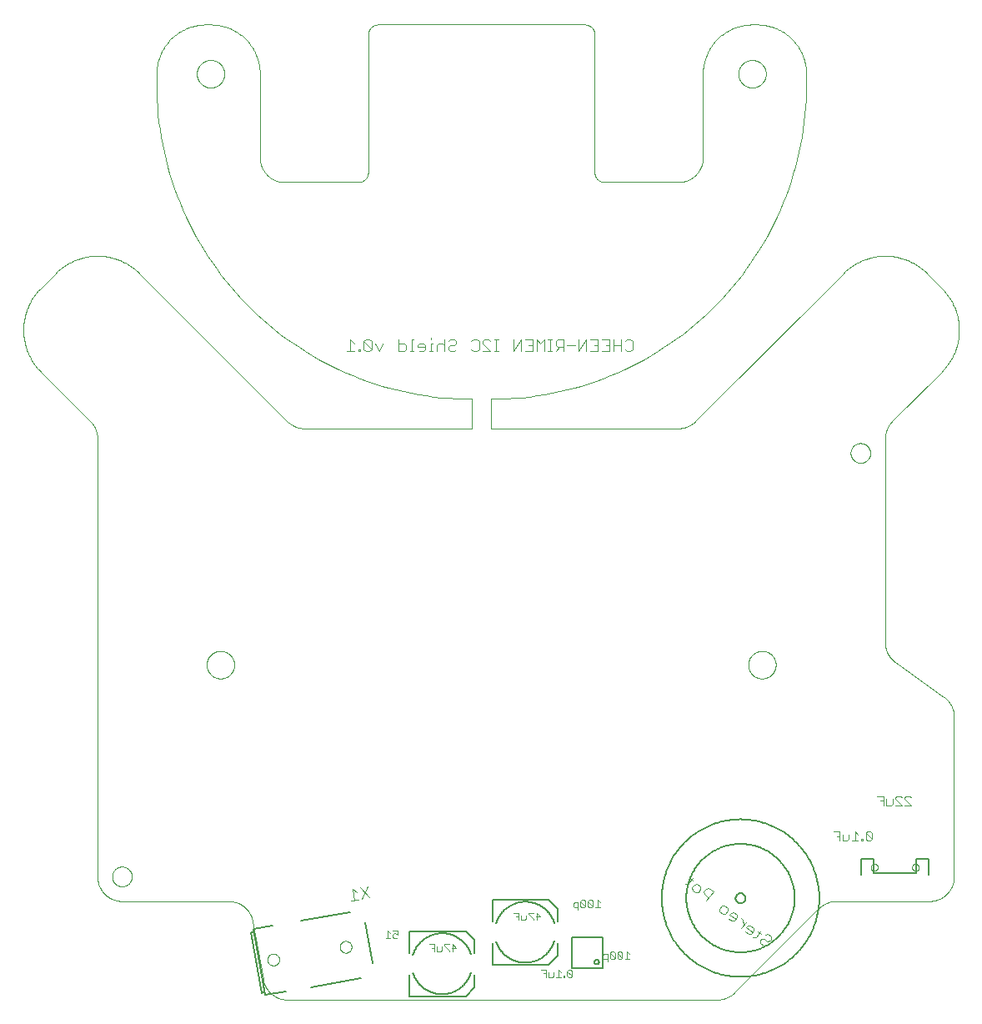
<source format=gbo>
G75*
%MOIN*%
%OFA0B0*%
%FSLAX25Y25*%
%IPPOS*%
%LPD*%
%AMOC8*
5,1,8,0,0,1.08239X$1,22.5*
%
%ADD10C,0.00000*%
%ADD11C,0.00300*%
%ADD12C,0.00400*%
%ADD13C,0.00800*%
%ADD14C,0.00500*%
D10*
X0036446Y0055626D02*
X0036446Y0230683D01*
X0033563Y0237643D02*
X0013779Y0257427D01*
X0013380Y0257835D01*
X0012991Y0258253D01*
X0012613Y0258680D01*
X0012245Y0259117D01*
X0011887Y0259562D01*
X0011541Y0260015D01*
X0011205Y0260477D01*
X0010881Y0260947D01*
X0010568Y0261425D01*
X0010267Y0261909D01*
X0009977Y0262401D01*
X0009700Y0262900D01*
X0009435Y0263406D01*
X0009182Y0263918D01*
X0008941Y0264435D01*
X0008713Y0264959D01*
X0008498Y0265487D01*
X0008295Y0266021D01*
X0008106Y0266559D01*
X0007930Y0267102D01*
X0007766Y0267649D01*
X0007616Y0268200D01*
X0007480Y0268754D01*
X0007357Y0269312D01*
X0007247Y0269872D01*
X0007151Y0270435D01*
X0007068Y0271000D01*
X0007000Y0271566D01*
X0006944Y0272134D01*
X0006903Y0272704D01*
X0006876Y0273274D01*
X0006862Y0273845D01*
X0006862Y0274415D01*
X0006876Y0274986D01*
X0006903Y0275556D01*
X0006944Y0276126D01*
X0007000Y0276694D01*
X0007068Y0277260D01*
X0007151Y0277825D01*
X0007247Y0278388D01*
X0007357Y0278948D01*
X0007480Y0279506D01*
X0007616Y0280060D01*
X0007766Y0280611D01*
X0007930Y0281158D01*
X0008106Y0281701D01*
X0008295Y0282239D01*
X0008498Y0282773D01*
X0008713Y0283301D01*
X0008941Y0283825D01*
X0009182Y0284342D01*
X0009435Y0284854D01*
X0009700Y0285360D01*
X0009977Y0285859D01*
X0010267Y0286351D01*
X0010568Y0286835D01*
X0010881Y0287313D01*
X0011205Y0287783D01*
X0011541Y0288245D01*
X0011887Y0288698D01*
X0012245Y0289143D01*
X0012613Y0289580D01*
X0012991Y0290007D01*
X0013380Y0290425D01*
X0013779Y0290833D01*
X0019742Y0296797D01*
X0019743Y0296796D02*
X0020151Y0297195D01*
X0020569Y0297584D01*
X0020996Y0297962D01*
X0021433Y0298330D01*
X0021878Y0298688D01*
X0022331Y0299034D01*
X0022793Y0299370D01*
X0023263Y0299694D01*
X0023741Y0300007D01*
X0024225Y0300308D01*
X0024717Y0300598D01*
X0025216Y0300875D01*
X0025722Y0301140D01*
X0026234Y0301393D01*
X0026751Y0301634D01*
X0027275Y0301862D01*
X0027803Y0302077D01*
X0028337Y0302280D01*
X0028875Y0302469D01*
X0029418Y0302645D01*
X0029965Y0302809D01*
X0030516Y0302959D01*
X0031070Y0303095D01*
X0031628Y0303218D01*
X0032188Y0303328D01*
X0032751Y0303424D01*
X0033316Y0303507D01*
X0033882Y0303575D01*
X0034450Y0303631D01*
X0035020Y0303672D01*
X0035590Y0303699D01*
X0036161Y0303713D01*
X0036731Y0303713D01*
X0037302Y0303699D01*
X0037872Y0303672D01*
X0038442Y0303631D01*
X0039010Y0303575D01*
X0039576Y0303507D01*
X0040141Y0303424D01*
X0040704Y0303328D01*
X0041264Y0303218D01*
X0041822Y0303095D01*
X0042376Y0302959D01*
X0042927Y0302809D01*
X0043474Y0302645D01*
X0044017Y0302469D01*
X0044555Y0302280D01*
X0045089Y0302077D01*
X0045617Y0301862D01*
X0046141Y0301634D01*
X0046658Y0301393D01*
X0047170Y0301140D01*
X0047676Y0300875D01*
X0048175Y0300598D01*
X0048667Y0300308D01*
X0049151Y0300007D01*
X0049629Y0299694D01*
X0050099Y0299370D01*
X0050561Y0299034D01*
X0051014Y0298688D01*
X0051459Y0298330D01*
X0051896Y0297962D01*
X0052323Y0297584D01*
X0052741Y0297195D01*
X0053149Y0296796D01*
X0053149Y0296797D02*
X0112303Y0237643D01*
X0119263Y0234760D02*
X0186052Y0234760D01*
X0186052Y0246571D01*
X0193926Y0246571D02*
X0193926Y0234760D01*
X0268589Y0234760D01*
X0268589Y0234759D02*
X0268823Y0234762D01*
X0269057Y0234770D01*
X0269291Y0234784D01*
X0269525Y0234804D01*
X0269758Y0234829D01*
X0269990Y0234859D01*
X0270221Y0234895D01*
X0270452Y0234937D01*
X0270681Y0234984D01*
X0270910Y0235036D01*
X0271137Y0235094D01*
X0271362Y0235158D01*
X0271586Y0235226D01*
X0271808Y0235300D01*
X0272029Y0235380D01*
X0272247Y0235464D01*
X0272464Y0235554D01*
X0272678Y0235648D01*
X0272890Y0235748D01*
X0273099Y0235853D01*
X0273306Y0235963D01*
X0273511Y0236078D01*
X0273712Y0236197D01*
X0273911Y0236322D01*
X0274106Y0236451D01*
X0274299Y0236584D01*
X0274488Y0236722D01*
X0274674Y0236865D01*
X0274856Y0237012D01*
X0275035Y0237163D01*
X0275210Y0237319D01*
X0275381Y0237478D01*
X0275549Y0237642D01*
X0275549Y0237643D02*
X0334703Y0296797D01*
X0334703Y0296796D02*
X0335111Y0297195D01*
X0335529Y0297584D01*
X0335956Y0297962D01*
X0336393Y0298330D01*
X0336838Y0298688D01*
X0337291Y0299034D01*
X0337753Y0299370D01*
X0338223Y0299694D01*
X0338701Y0300007D01*
X0339185Y0300308D01*
X0339677Y0300598D01*
X0340176Y0300875D01*
X0340682Y0301140D01*
X0341194Y0301393D01*
X0341711Y0301634D01*
X0342235Y0301862D01*
X0342763Y0302077D01*
X0343297Y0302280D01*
X0343835Y0302469D01*
X0344378Y0302645D01*
X0344925Y0302809D01*
X0345476Y0302959D01*
X0346030Y0303095D01*
X0346588Y0303218D01*
X0347148Y0303328D01*
X0347711Y0303424D01*
X0348276Y0303507D01*
X0348842Y0303575D01*
X0349410Y0303631D01*
X0349980Y0303672D01*
X0350550Y0303699D01*
X0351121Y0303713D01*
X0351691Y0303713D01*
X0352262Y0303699D01*
X0352832Y0303672D01*
X0353402Y0303631D01*
X0353970Y0303575D01*
X0354536Y0303507D01*
X0355101Y0303424D01*
X0355664Y0303328D01*
X0356224Y0303218D01*
X0356782Y0303095D01*
X0357336Y0302959D01*
X0357887Y0302809D01*
X0358434Y0302645D01*
X0358977Y0302469D01*
X0359515Y0302280D01*
X0360049Y0302077D01*
X0360577Y0301862D01*
X0361101Y0301634D01*
X0361618Y0301393D01*
X0362130Y0301140D01*
X0362636Y0300875D01*
X0363135Y0300598D01*
X0363627Y0300308D01*
X0364111Y0300007D01*
X0364589Y0299694D01*
X0365059Y0299370D01*
X0365521Y0299034D01*
X0365974Y0298688D01*
X0366419Y0298330D01*
X0366856Y0297962D01*
X0367283Y0297584D01*
X0367701Y0297195D01*
X0368109Y0296796D01*
X0368110Y0296797D02*
X0374073Y0290833D01*
X0374472Y0290425D01*
X0374861Y0290007D01*
X0375239Y0289580D01*
X0375607Y0289143D01*
X0375965Y0288698D01*
X0376311Y0288245D01*
X0376647Y0287783D01*
X0376971Y0287313D01*
X0377284Y0286835D01*
X0377585Y0286351D01*
X0377875Y0285859D01*
X0378152Y0285360D01*
X0378417Y0284854D01*
X0378670Y0284342D01*
X0378911Y0283825D01*
X0379139Y0283301D01*
X0379354Y0282773D01*
X0379557Y0282239D01*
X0379746Y0281701D01*
X0379922Y0281158D01*
X0380086Y0280611D01*
X0380236Y0280060D01*
X0380372Y0279506D01*
X0380495Y0278948D01*
X0380605Y0278388D01*
X0380701Y0277825D01*
X0380784Y0277260D01*
X0380852Y0276694D01*
X0380908Y0276126D01*
X0380949Y0275556D01*
X0380976Y0274986D01*
X0380990Y0274415D01*
X0380990Y0273845D01*
X0380976Y0273274D01*
X0380949Y0272704D01*
X0380908Y0272134D01*
X0380852Y0271566D01*
X0380784Y0271000D01*
X0380701Y0270435D01*
X0380605Y0269872D01*
X0380495Y0269312D01*
X0380372Y0268754D01*
X0380236Y0268200D01*
X0380086Y0267649D01*
X0379922Y0267102D01*
X0379746Y0266559D01*
X0379557Y0266021D01*
X0379354Y0265487D01*
X0379139Y0264959D01*
X0378911Y0264435D01*
X0378670Y0263918D01*
X0378417Y0263406D01*
X0378152Y0262900D01*
X0377875Y0262401D01*
X0377585Y0261909D01*
X0377284Y0261425D01*
X0376971Y0260947D01*
X0376647Y0260477D01*
X0376311Y0260015D01*
X0375965Y0259562D01*
X0375607Y0259117D01*
X0375239Y0258680D01*
X0374861Y0258253D01*
X0374472Y0257835D01*
X0374073Y0257427D01*
X0354289Y0237643D01*
X0351406Y0230683D02*
X0351406Y0149274D01*
X0355528Y0141265D02*
X0374844Y0127468D01*
X0378965Y0119459D02*
X0378965Y0055626D01*
X0378966Y0055626D02*
X0378963Y0055388D01*
X0378955Y0055150D01*
X0378940Y0054913D01*
X0378920Y0054676D01*
X0378894Y0054440D01*
X0378863Y0054204D01*
X0378826Y0053969D01*
X0378783Y0053735D01*
X0378734Y0053502D01*
X0378680Y0053270D01*
X0378620Y0053040D01*
X0378555Y0052811D01*
X0378484Y0052584D01*
X0378408Y0052359D01*
X0378326Y0052136D01*
X0378239Y0051914D01*
X0378147Y0051695D01*
X0378049Y0051478D01*
X0377947Y0051264D01*
X0377839Y0051052D01*
X0377725Y0050842D01*
X0377607Y0050636D01*
X0377484Y0050432D01*
X0377356Y0050232D01*
X0377224Y0050035D01*
X0377086Y0049840D01*
X0376944Y0049650D01*
X0376797Y0049462D01*
X0376646Y0049279D01*
X0376491Y0049099D01*
X0376331Y0048923D01*
X0376167Y0048751D01*
X0375998Y0048582D01*
X0375826Y0048418D01*
X0375650Y0048258D01*
X0375470Y0048103D01*
X0375287Y0047952D01*
X0375099Y0047805D01*
X0374909Y0047663D01*
X0374714Y0047525D01*
X0374517Y0047393D01*
X0374317Y0047265D01*
X0374113Y0047142D01*
X0373907Y0047024D01*
X0373697Y0046910D01*
X0373485Y0046802D01*
X0373271Y0046700D01*
X0373054Y0046602D01*
X0372835Y0046510D01*
X0372613Y0046423D01*
X0372390Y0046341D01*
X0372165Y0046265D01*
X0371938Y0046194D01*
X0371709Y0046129D01*
X0371479Y0046069D01*
X0371247Y0046015D01*
X0371014Y0045966D01*
X0370780Y0045923D01*
X0370545Y0045886D01*
X0370309Y0045855D01*
X0370073Y0045829D01*
X0369836Y0045809D01*
X0369599Y0045794D01*
X0369361Y0045786D01*
X0369123Y0045783D01*
X0369123Y0045784D02*
X0331861Y0045784D01*
X0324901Y0042901D02*
X0291297Y0009296D01*
X0284337Y0006413D02*
X0112391Y0006413D01*
X0112151Y0006416D01*
X0111910Y0006425D01*
X0111670Y0006439D01*
X0111431Y0006460D01*
X0111192Y0006486D01*
X0110953Y0006519D01*
X0110716Y0006557D01*
X0110479Y0006600D01*
X0110244Y0006650D01*
X0110010Y0006705D01*
X0109777Y0006766D01*
X0109546Y0006833D01*
X0109317Y0006905D01*
X0109089Y0006983D01*
X0108864Y0007067D01*
X0108640Y0007156D01*
X0108419Y0007250D01*
X0108200Y0007350D01*
X0107984Y0007455D01*
X0107770Y0007565D01*
X0107559Y0007681D01*
X0107351Y0007801D01*
X0107146Y0007927D01*
X0106944Y0008057D01*
X0106746Y0008193D01*
X0106550Y0008333D01*
X0106358Y0008478D01*
X0106170Y0008628D01*
X0105986Y0008782D01*
X0105805Y0008941D01*
X0105628Y0009104D01*
X0105456Y0009271D01*
X0105287Y0009443D01*
X0105123Y0009619D01*
X0104963Y0009798D01*
X0104807Y0009982D01*
X0104656Y0010169D01*
X0104510Y0010359D01*
X0104368Y0010554D01*
X0104231Y0010751D01*
X0104099Y0010952D01*
X0103972Y0011157D01*
X0103850Y0011364D01*
X0103733Y0011574D01*
X0103621Y0011787D01*
X0103514Y0012002D01*
X0103413Y0012221D01*
X0103317Y0012441D01*
X0103227Y0012664D01*
X0103142Y0012889D01*
X0103062Y0013116D01*
X0102988Y0013345D01*
X0102920Y0013575D01*
X0102857Y0013808D01*
X0102800Y0014041D01*
X0102749Y0014276D01*
X0102704Y0014512D01*
X0098533Y0037685D01*
X0104437Y0022396D02*
X0104439Y0022493D01*
X0104445Y0022590D01*
X0104455Y0022686D01*
X0104469Y0022782D01*
X0104487Y0022878D01*
X0104508Y0022972D01*
X0104534Y0023066D01*
X0104563Y0023158D01*
X0104597Y0023249D01*
X0104633Y0023339D01*
X0104674Y0023427D01*
X0104718Y0023513D01*
X0104766Y0023598D01*
X0104817Y0023680D01*
X0104871Y0023761D01*
X0104929Y0023839D01*
X0104990Y0023914D01*
X0105053Y0023987D01*
X0105120Y0024058D01*
X0105190Y0024125D01*
X0105262Y0024190D01*
X0105337Y0024251D01*
X0105415Y0024310D01*
X0105494Y0024365D01*
X0105576Y0024417D01*
X0105660Y0024465D01*
X0105746Y0024510D01*
X0105834Y0024552D01*
X0105923Y0024590D01*
X0106014Y0024624D01*
X0106106Y0024654D01*
X0106199Y0024681D01*
X0106294Y0024703D01*
X0106389Y0024722D01*
X0106485Y0024737D01*
X0106581Y0024748D01*
X0106678Y0024755D01*
X0106775Y0024758D01*
X0106872Y0024757D01*
X0106969Y0024752D01*
X0107065Y0024743D01*
X0107161Y0024730D01*
X0107257Y0024713D01*
X0107352Y0024692D01*
X0107445Y0024668D01*
X0107538Y0024639D01*
X0107630Y0024607D01*
X0107720Y0024571D01*
X0107808Y0024532D01*
X0107895Y0024488D01*
X0107980Y0024442D01*
X0108063Y0024391D01*
X0108144Y0024338D01*
X0108222Y0024281D01*
X0108299Y0024221D01*
X0108372Y0024158D01*
X0108443Y0024092D01*
X0108511Y0024023D01*
X0108577Y0023951D01*
X0108639Y0023877D01*
X0108698Y0023800D01*
X0108754Y0023721D01*
X0108807Y0023639D01*
X0108857Y0023556D01*
X0108902Y0023470D01*
X0108945Y0023383D01*
X0108984Y0023294D01*
X0109019Y0023204D01*
X0109050Y0023112D01*
X0109077Y0023019D01*
X0109101Y0022925D01*
X0109121Y0022830D01*
X0109137Y0022734D01*
X0109149Y0022638D01*
X0109157Y0022541D01*
X0109161Y0022444D01*
X0109161Y0022348D01*
X0109157Y0022251D01*
X0109149Y0022154D01*
X0109137Y0022058D01*
X0109121Y0021962D01*
X0109101Y0021867D01*
X0109077Y0021773D01*
X0109050Y0021680D01*
X0109019Y0021588D01*
X0108984Y0021498D01*
X0108945Y0021409D01*
X0108902Y0021322D01*
X0108857Y0021236D01*
X0108807Y0021153D01*
X0108754Y0021071D01*
X0108698Y0020992D01*
X0108639Y0020915D01*
X0108577Y0020841D01*
X0108511Y0020769D01*
X0108443Y0020700D01*
X0108372Y0020634D01*
X0108299Y0020571D01*
X0108222Y0020511D01*
X0108144Y0020454D01*
X0108063Y0020401D01*
X0107980Y0020350D01*
X0107895Y0020304D01*
X0107808Y0020260D01*
X0107720Y0020221D01*
X0107630Y0020185D01*
X0107538Y0020153D01*
X0107445Y0020124D01*
X0107352Y0020100D01*
X0107257Y0020079D01*
X0107161Y0020062D01*
X0107065Y0020049D01*
X0106969Y0020040D01*
X0106872Y0020035D01*
X0106775Y0020034D01*
X0106678Y0020037D01*
X0106581Y0020044D01*
X0106485Y0020055D01*
X0106389Y0020070D01*
X0106294Y0020089D01*
X0106199Y0020111D01*
X0106106Y0020138D01*
X0106014Y0020168D01*
X0105923Y0020202D01*
X0105834Y0020240D01*
X0105746Y0020282D01*
X0105660Y0020327D01*
X0105576Y0020375D01*
X0105494Y0020427D01*
X0105415Y0020482D01*
X0105337Y0020541D01*
X0105262Y0020602D01*
X0105190Y0020667D01*
X0105120Y0020734D01*
X0105053Y0020805D01*
X0104990Y0020878D01*
X0104929Y0020953D01*
X0104871Y0021031D01*
X0104817Y0021112D01*
X0104766Y0021194D01*
X0104718Y0021279D01*
X0104674Y0021365D01*
X0104633Y0021453D01*
X0104597Y0021543D01*
X0104563Y0021634D01*
X0104534Y0021726D01*
X0104508Y0021820D01*
X0104487Y0021914D01*
X0104469Y0022010D01*
X0104455Y0022106D01*
X0104445Y0022202D01*
X0104439Y0022299D01*
X0104437Y0022396D01*
X0098534Y0037685D02*
X0098489Y0037921D01*
X0098438Y0038156D01*
X0098381Y0038389D01*
X0098318Y0038622D01*
X0098250Y0038852D01*
X0098176Y0039081D01*
X0098096Y0039308D01*
X0098011Y0039533D01*
X0097921Y0039756D01*
X0097825Y0039976D01*
X0097724Y0040195D01*
X0097617Y0040410D01*
X0097505Y0040623D01*
X0097388Y0040833D01*
X0097266Y0041040D01*
X0097139Y0041245D01*
X0097007Y0041446D01*
X0096870Y0041643D01*
X0096728Y0041838D01*
X0096582Y0042028D01*
X0096431Y0042215D01*
X0096275Y0042399D01*
X0096115Y0042578D01*
X0095951Y0042754D01*
X0095782Y0042926D01*
X0095610Y0043093D01*
X0095433Y0043256D01*
X0095252Y0043415D01*
X0095068Y0043569D01*
X0094880Y0043719D01*
X0094688Y0043864D01*
X0094492Y0044004D01*
X0094294Y0044140D01*
X0094092Y0044270D01*
X0093887Y0044396D01*
X0093679Y0044516D01*
X0093468Y0044632D01*
X0093254Y0044742D01*
X0093038Y0044847D01*
X0092819Y0044947D01*
X0092598Y0045041D01*
X0092374Y0045130D01*
X0092149Y0045214D01*
X0091921Y0045292D01*
X0091692Y0045364D01*
X0091461Y0045431D01*
X0091228Y0045492D01*
X0090994Y0045547D01*
X0090759Y0045597D01*
X0090522Y0045640D01*
X0090285Y0045678D01*
X0090046Y0045711D01*
X0089807Y0045737D01*
X0089568Y0045758D01*
X0089328Y0045772D01*
X0089087Y0045781D01*
X0088847Y0045784D01*
X0046288Y0045784D01*
X0042351Y0055626D02*
X0042353Y0055751D01*
X0042359Y0055876D01*
X0042369Y0056000D01*
X0042383Y0056124D01*
X0042400Y0056248D01*
X0042422Y0056371D01*
X0042448Y0056493D01*
X0042477Y0056615D01*
X0042510Y0056735D01*
X0042548Y0056854D01*
X0042588Y0056973D01*
X0042633Y0057089D01*
X0042681Y0057204D01*
X0042733Y0057318D01*
X0042789Y0057430D01*
X0042848Y0057540D01*
X0042910Y0057648D01*
X0042976Y0057755D01*
X0043045Y0057859D01*
X0043118Y0057960D01*
X0043193Y0058060D01*
X0043272Y0058157D01*
X0043354Y0058251D01*
X0043439Y0058343D01*
X0043526Y0058432D01*
X0043617Y0058518D01*
X0043710Y0058601D01*
X0043806Y0058682D01*
X0043904Y0058759D01*
X0044004Y0058833D01*
X0044107Y0058904D01*
X0044212Y0058971D01*
X0044320Y0059036D01*
X0044429Y0059096D01*
X0044540Y0059154D01*
X0044653Y0059207D01*
X0044767Y0059257D01*
X0044883Y0059304D01*
X0045000Y0059346D01*
X0045119Y0059385D01*
X0045239Y0059421D01*
X0045360Y0059452D01*
X0045482Y0059480D01*
X0045604Y0059503D01*
X0045728Y0059523D01*
X0045852Y0059539D01*
X0045976Y0059551D01*
X0046101Y0059559D01*
X0046226Y0059563D01*
X0046350Y0059563D01*
X0046475Y0059559D01*
X0046600Y0059551D01*
X0046724Y0059539D01*
X0046848Y0059523D01*
X0046972Y0059503D01*
X0047094Y0059480D01*
X0047216Y0059452D01*
X0047337Y0059421D01*
X0047457Y0059385D01*
X0047576Y0059346D01*
X0047693Y0059304D01*
X0047809Y0059257D01*
X0047923Y0059207D01*
X0048036Y0059154D01*
X0048147Y0059096D01*
X0048257Y0059036D01*
X0048364Y0058971D01*
X0048469Y0058904D01*
X0048572Y0058833D01*
X0048672Y0058759D01*
X0048770Y0058682D01*
X0048866Y0058601D01*
X0048959Y0058518D01*
X0049050Y0058432D01*
X0049137Y0058343D01*
X0049222Y0058251D01*
X0049304Y0058157D01*
X0049383Y0058060D01*
X0049458Y0057960D01*
X0049531Y0057859D01*
X0049600Y0057755D01*
X0049666Y0057648D01*
X0049728Y0057540D01*
X0049787Y0057430D01*
X0049843Y0057318D01*
X0049895Y0057204D01*
X0049943Y0057089D01*
X0049988Y0056973D01*
X0050028Y0056854D01*
X0050066Y0056735D01*
X0050099Y0056615D01*
X0050128Y0056493D01*
X0050154Y0056371D01*
X0050176Y0056248D01*
X0050193Y0056124D01*
X0050207Y0056000D01*
X0050217Y0055876D01*
X0050223Y0055751D01*
X0050225Y0055626D01*
X0050223Y0055501D01*
X0050217Y0055376D01*
X0050207Y0055252D01*
X0050193Y0055128D01*
X0050176Y0055004D01*
X0050154Y0054881D01*
X0050128Y0054759D01*
X0050099Y0054637D01*
X0050066Y0054517D01*
X0050028Y0054398D01*
X0049988Y0054279D01*
X0049943Y0054163D01*
X0049895Y0054048D01*
X0049843Y0053934D01*
X0049787Y0053822D01*
X0049728Y0053712D01*
X0049666Y0053604D01*
X0049600Y0053497D01*
X0049531Y0053393D01*
X0049458Y0053292D01*
X0049383Y0053192D01*
X0049304Y0053095D01*
X0049222Y0053001D01*
X0049137Y0052909D01*
X0049050Y0052820D01*
X0048959Y0052734D01*
X0048866Y0052651D01*
X0048770Y0052570D01*
X0048672Y0052493D01*
X0048572Y0052419D01*
X0048469Y0052348D01*
X0048364Y0052281D01*
X0048256Y0052216D01*
X0048147Y0052156D01*
X0048036Y0052098D01*
X0047923Y0052045D01*
X0047809Y0051995D01*
X0047693Y0051948D01*
X0047576Y0051906D01*
X0047457Y0051867D01*
X0047337Y0051831D01*
X0047216Y0051800D01*
X0047094Y0051772D01*
X0046972Y0051749D01*
X0046848Y0051729D01*
X0046724Y0051713D01*
X0046600Y0051701D01*
X0046475Y0051693D01*
X0046350Y0051689D01*
X0046226Y0051689D01*
X0046101Y0051693D01*
X0045976Y0051701D01*
X0045852Y0051713D01*
X0045728Y0051729D01*
X0045604Y0051749D01*
X0045482Y0051772D01*
X0045360Y0051800D01*
X0045239Y0051831D01*
X0045119Y0051867D01*
X0045000Y0051906D01*
X0044883Y0051948D01*
X0044767Y0051995D01*
X0044653Y0052045D01*
X0044540Y0052098D01*
X0044429Y0052156D01*
X0044319Y0052216D01*
X0044212Y0052281D01*
X0044107Y0052348D01*
X0044004Y0052419D01*
X0043904Y0052493D01*
X0043806Y0052570D01*
X0043710Y0052651D01*
X0043617Y0052734D01*
X0043526Y0052820D01*
X0043439Y0052909D01*
X0043354Y0053001D01*
X0043272Y0053095D01*
X0043193Y0053192D01*
X0043118Y0053292D01*
X0043045Y0053393D01*
X0042976Y0053497D01*
X0042910Y0053604D01*
X0042848Y0053712D01*
X0042789Y0053822D01*
X0042733Y0053934D01*
X0042681Y0054048D01*
X0042633Y0054163D01*
X0042588Y0054279D01*
X0042548Y0054398D01*
X0042510Y0054517D01*
X0042477Y0054637D01*
X0042448Y0054759D01*
X0042422Y0054881D01*
X0042400Y0055004D01*
X0042383Y0055128D01*
X0042369Y0055252D01*
X0042359Y0055376D01*
X0042353Y0055501D01*
X0042351Y0055626D01*
X0036445Y0055626D02*
X0036448Y0055388D01*
X0036456Y0055150D01*
X0036471Y0054913D01*
X0036491Y0054676D01*
X0036517Y0054440D01*
X0036548Y0054204D01*
X0036585Y0053969D01*
X0036628Y0053735D01*
X0036677Y0053502D01*
X0036731Y0053270D01*
X0036791Y0053040D01*
X0036856Y0052811D01*
X0036927Y0052584D01*
X0037003Y0052359D01*
X0037085Y0052136D01*
X0037172Y0051914D01*
X0037264Y0051695D01*
X0037362Y0051478D01*
X0037464Y0051264D01*
X0037572Y0051052D01*
X0037686Y0050842D01*
X0037804Y0050636D01*
X0037927Y0050432D01*
X0038055Y0050232D01*
X0038187Y0050035D01*
X0038325Y0049840D01*
X0038467Y0049650D01*
X0038614Y0049462D01*
X0038765Y0049279D01*
X0038920Y0049099D01*
X0039080Y0048923D01*
X0039244Y0048751D01*
X0039413Y0048582D01*
X0039585Y0048418D01*
X0039761Y0048258D01*
X0039941Y0048103D01*
X0040124Y0047952D01*
X0040312Y0047805D01*
X0040502Y0047663D01*
X0040697Y0047525D01*
X0040894Y0047393D01*
X0041094Y0047265D01*
X0041298Y0047142D01*
X0041504Y0047024D01*
X0041714Y0046910D01*
X0041926Y0046802D01*
X0042140Y0046700D01*
X0042357Y0046602D01*
X0042576Y0046510D01*
X0042798Y0046423D01*
X0043021Y0046341D01*
X0043246Y0046265D01*
X0043473Y0046194D01*
X0043702Y0046129D01*
X0043932Y0046069D01*
X0044164Y0046015D01*
X0044397Y0045966D01*
X0044631Y0045923D01*
X0044866Y0045886D01*
X0045102Y0045855D01*
X0045338Y0045829D01*
X0045575Y0045809D01*
X0045812Y0045794D01*
X0046050Y0045786D01*
X0046288Y0045783D01*
X0080146Y0140272D02*
X0080148Y0140420D01*
X0080154Y0140568D01*
X0080164Y0140716D01*
X0080178Y0140863D01*
X0080196Y0141010D01*
X0080217Y0141156D01*
X0080243Y0141302D01*
X0080273Y0141447D01*
X0080306Y0141591D01*
X0080344Y0141734D01*
X0080385Y0141876D01*
X0080430Y0142017D01*
X0080478Y0142157D01*
X0080531Y0142296D01*
X0080587Y0142433D01*
X0080647Y0142568D01*
X0080710Y0142702D01*
X0080777Y0142834D01*
X0080848Y0142964D01*
X0080922Y0143092D01*
X0080999Y0143218D01*
X0081080Y0143342D01*
X0081164Y0143464D01*
X0081251Y0143583D01*
X0081342Y0143700D01*
X0081436Y0143815D01*
X0081532Y0143927D01*
X0081632Y0144037D01*
X0081734Y0144143D01*
X0081840Y0144247D01*
X0081948Y0144348D01*
X0082059Y0144446D01*
X0082172Y0144542D01*
X0082288Y0144634D01*
X0082406Y0144723D01*
X0082527Y0144808D01*
X0082650Y0144891D01*
X0082775Y0144970D01*
X0082902Y0145046D01*
X0083031Y0145118D01*
X0083162Y0145187D01*
X0083295Y0145252D01*
X0083430Y0145313D01*
X0083566Y0145371D01*
X0083703Y0145426D01*
X0083842Y0145476D01*
X0083983Y0145523D01*
X0084124Y0145566D01*
X0084267Y0145606D01*
X0084411Y0145641D01*
X0084555Y0145673D01*
X0084701Y0145700D01*
X0084847Y0145724D01*
X0084994Y0145744D01*
X0085141Y0145760D01*
X0085288Y0145772D01*
X0085436Y0145780D01*
X0085584Y0145784D01*
X0085732Y0145784D01*
X0085880Y0145780D01*
X0086028Y0145772D01*
X0086175Y0145760D01*
X0086322Y0145744D01*
X0086469Y0145724D01*
X0086615Y0145700D01*
X0086761Y0145673D01*
X0086905Y0145641D01*
X0087049Y0145606D01*
X0087192Y0145566D01*
X0087333Y0145523D01*
X0087474Y0145476D01*
X0087613Y0145426D01*
X0087750Y0145371D01*
X0087886Y0145313D01*
X0088021Y0145252D01*
X0088154Y0145187D01*
X0088285Y0145118D01*
X0088414Y0145046D01*
X0088541Y0144970D01*
X0088666Y0144891D01*
X0088789Y0144808D01*
X0088910Y0144723D01*
X0089028Y0144634D01*
X0089144Y0144542D01*
X0089257Y0144446D01*
X0089368Y0144348D01*
X0089476Y0144247D01*
X0089582Y0144143D01*
X0089684Y0144037D01*
X0089784Y0143927D01*
X0089880Y0143815D01*
X0089974Y0143700D01*
X0090065Y0143583D01*
X0090152Y0143464D01*
X0090236Y0143342D01*
X0090317Y0143218D01*
X0090394Y0143092D01*
X0090468Y0142964D01*
X0090539Y0142834D01*
X0090606Y0142702D01*
X0090669Y0142568D01*
X0090729Y0142433D01*
X0090785Y0142296D01*
X0090838Y0142157D01*
X0090886Y0142017D01*
X0090931Y0141876D01*
X0090972Y0141734D01*
X0091010Y0141591D01*
X0091043Y0141447D01*
X0091073Y0141302D01*
X0091099Y0141156D01*
X0091120Y0141010D01*
X0091138Y0140863D01*
X0091152Y0140716D01*
X0091162Y0140568D01*
X0091168Y0140420D01*
X0091170Y0140272D01*
X0091168Y0140124D01*
X0091162Y0139976D01*
X0091152Y0139828D01*
X0091138Y0139681D01*
X0091120Y0139534D01*
X0091099Y0139388D01*
X0091073Y0139242D01*
X0091043Y0139097D01*
X0091010Y0138953D01*
X0090972Y0138810D01*
X0090931Y0138668D01*
X0090886Y0138527D01*
X0090838Y0138387D01*
X0090785Y0138248D01*
X0090729Y0138111D01*
X0090669Y0137976D01*
X0090606Y0137842D01*
X0090539Y0137710D01*
X0090468Y0137580D01*
X0090394Y0137452D01*
X0090317Y0137326D01*
X0090236Y0137202D01*
X0090152Y0137080D01*
X0090065Y0136961D01*
X0089974Y0136844D01*
X0089880Y0136729D01*
X0089784Y0136617D01*
X0089684Y0136507D01*
X0089582Y0136401D01*
X0089476Y0136297D01*
X0089368Y0136196D01*
X0089257Y0136098D01*
X0089144Y0136002D01*
X0089028Y0135910D01*
X0088910Y0135821D01*
X0088789Y0135736D01*
X0088666Y0135653D01*
X0088541Y0135574D01*
X0088414Y0135498D01*
X0088285Y0135426D01*
X0088154Y0135357D01*
X0088021Y0135292D01*
X0087886Y0135231D01*
X0087750Y0135173D01*
X0087613Y0135118D01*
X0087474Y0135068D01*
X0087333Y0135021D01*
X0087192Y0134978D01*
X0087049Y0134938D01*
X0086905Y0134903D01*
X0086761Y0134871D01*
X0086615Y0134844D01*
X0086469Y0134820D01*
X0086322Y0134800D01*
X0086175Y0134784D01*
X0086028Y0134772D01*
X0085880Y0134764D01*
X0085732Y0134760D01*
X0085584Y0134760D01*
X0085436Y0134764D01*
X0085288Y0134772D01*
X0085141Y0134784D01*
X0084994Y0134800D01*
X0084847Y0134820D01*
X0084701Y0134844D01*
X0084555Y0134871D01*
X0084411Y0134903D01*
X0084267Y0134938D01*
X0084124Y0134978D01*
X0083983Y0135021D01*
X0083842Y0135068D01*
X0083703Y0135118D01*
X0083566Y0135173D01*
X0083430Y0135231D01*
X0083295Y0135292D01*
X0083162Y0135357D01*
X0083031Y0135426D01*
X0082902Y0135498D01*
X0082775Y0135574D01*
X0082650Y0135653D01*
X0082527Y0135736D01*
X0082406Y0135821D01*
X0082288Y0135910D01*
X0082172Y0136002D01*
X0082059Y0136098D01*
X0081948Y0136196D01*
X0081840Y0136297D01*
X0081734Y0136401D01*
X0081632Y0136507D01*
X0081532Y0136617D01*
X0081436Y0136729D01*
X0081342Y0136844D01*
X0081251Y0136961D01*
X0081164Y0137080D01*
X0081080Y0137202D01*
X0080999Y0137326D01*
X0080922Y0137452D01*
X0080848Y0137580D01*
X0080777Y0137710D01*
X0080710Y0137842D01*
X0080647Y0137976D01*
X0080587Y0138111D01*
X0080531Y0138248D01*
X0080478Y0138387D01*
X0080430Y0138527D01*
X0080385Y0138668D01*
X0080344Y0138810D01*
X0080306Y0138953D01*
X0080273Y0139097D01*
X0080243Y0139242D01*
X0080217Y0139388D01*
X0080196Y0139534D01*
X0080178Y0139681D01*
X0080164Y0139828D01*
X0080154Y0139976D01*
X0080148Y0140124D01*
X0080146Y0140272D01*
X0036446Y0230683D02*
X0036443Y0230917D01*
X0036435Y0231151D01*
X0036421Y0231385D01*
X0036401Y0231619D01*
X0036376Y0231852D01*
X0036346Y0232084D01*
X0036310Y0232315D01*
X0036268Y0232546D01*
X0036221Y0232775D01*
X0036169Y0233004D01*
X0036111Y0233231D01*
X0036047Y0233456D01*
X0035979Y0233680D01*
X0035905Y0233902D01*
X0035825Y0234123D01*
X0035741Y0234341D01*
X0035651Y0234558D01*
X0035557Y0234772D01*
X0035457Y0234984D01*
X0035352Y0235193D01*
X0035242Y0235400D01*
X0035127Y0235605D01*
X0035008Y0235806D01*
X0034883Y0236005D01*
X0034754Y0236200D01*
X0034621Y0236393D01*
X0034483Y0236582D01*
X0034340Y0236768D01*
X0034193Y0236950D01*
X0034042Y0237129D01*
X0033886Y0237304D01*
X0033727Y0237475D01*
X0033563Y0237643D01*
X0101406Y0343028D02*
X0101406Y0376492D01*
X0101400Y0376968D01*
X0101383Y0377443D01*
X0101354Y0377918D01*
X0101314Y0378392D01*
X0101262Y0378865D01*
X0101199Y0379336D01*
X0101125Y0379806D01*
X0101039Y0380274D01*
X0100942Y0380740D01*
X0100834Y0381203D01*
X0100715Y0381663D01*
X0100584Y0382121D01*
X0100443Y0382575D01*
X0100290Y0383026D01*
X0100127Y0383472D01*
X0099953Y0383915D01*
X0099768Y0384353D01*
X0099573Y0384787D01*
X0099367Y0385216D01*
X0099151Y0385640D01*
X0098925Y0386059D01*
X0098689Y0386472D01*
X0098443Y0386879D01*
X0098187Y0387280D01*
X0097921Y0387674D01*
X0097646Y0388063D01*
X0097362Y0388444D01*
X0097069Y0388818D01*
X0096767Y0389186D01*
X0096455Y0389546D01*
X0096136Y0389898D01*
X0095808Y0390242D01*
X0095471Y0390579D01*
X0095127Y0390907D01*
X0094775Y0391226D01*
X0094415Y0391538D01*
X0094047Y0391840D01*
X0093673Y0392133D01*
X0093292Y0392417D01*
X0092903Y0392692D01*
X0092509Y0392958D01*
X0092108Y0393214D01*
X0091701Y0393460D01*
X0091288Y0393696D01*
X0090869Y0393922D01*
X0090445Y0394138D01*
X0090016Y0394344D01*
X0089582Y0394539D01*
X0089144Y0394724D01*
X0088701Y0394898D01*
X0088255Y0395061D01*
X0087804Y0395214D01*
X0087350Y0395355D01*
X0086892Y0395486D01*
X0086432Y0395605D01*
X0085969Y0395713D01*
X0085503Y0395810D01*
X0085035Y0395896D01*
X0084565Y0395970D01*
X0084094Y0396033D01*
X0083621Y0396085D01*
X0083147Y0396125D01*
X0082672Y0396154D01*
X0082197Y0396171D01*
X0081721Y0396177D01*
X0079753Y0396177D01*
X0079277Y0396171D01*
X0078802Y0396154D01*
X0078327Y0396125D01*
X0077853Y0396085D01*
X0077380Y0396033D01*
X0076909Y0395970D01*
X0076439Y0395896D01*
X0075971Y0395810D01*
X0075505Y0395713D01*
X0075042Y0395605D01*
X0074582Y0395486D01*
X0074124Y0395355D01*
X0073670Y0395214D01*
X0073219Y0395061D01*
X0072773Y0394898D01*
X0072330Y0394724D01*
X0071892Y0394539D01*
X0071458Y0394344D01*
X0071029Y0394138D01*
X0070605Y0393922D01*
X0070186Y0393696D01*
X0069773Y0393460D01*
X0069366Y0393214D01*
X0068965Y0392958D01*
X0068571Y0392692D01*
X0068182Y0392417D01*
X0067801Y0392133D01*
X0067427Y0391840D01*
X0067059Y0391538D01*
X0066699Y0391226D01*
X0066347Y0390907D01*
X0066003Y0390579D01*
X0065666Y0390242D01*
X0065338Y0389898D01*
X0065019Y0389546D01*
X0064707Y0389186D01*
X0064405Y0388818D01*
X0064112Y0388444D01*
X0063828Y0388063D01*
X0063553Y0387674D01*
X0063287Y0387280D01*
X0063031Y0386879D01*
X0062785Y0386472D01*
X0062549Y0386059D01*
X0062323Y0385640D01*
X0062107Y0385216D01*
X0061901Y0384787D01*
X0061706Y0384353D01*
X0061521Y0383915D01*
X0061347Y0383472D01*
X0061184Y0383026D01*
X0061031Y0382575D01*
X0060890Y0382121D01*
X0060759Y0381663D01*
X0060640Y0381203D01*
X0060532Y0380740D01*
X0060435Y0380274D01*
X0060349Y0379806D01*
X0060275Y0379336D01*
X0060212Y0378865D01*
X0060160Y0378392D01*
X0060120Y0377918D01*
X0060091Y0377443D01*
X0060074Y0376968D01*
X0060068Y0376492D01*
X0060068Y0372555D01*
X0076209Y0376492D02*
X0076211Y0376640D01*
X0076217Y0376788D01*
X0076227Y0376936D01*
X0076241Y0377083D01*
X0076259Y0377230D01*
X0076280Y0377376D01*
X0076306Y0377522D01*
X0076336Y0377667D01*
X0076369Y0377811D01*
X0076407Y0377954D01*
X0076448Y0378096D01*
X0076493Y0378237D01*
X0076541Y0378377D01*
X0076594Y0378516D01*
X0076650Y0378653D01*
X0076710Y0378788D01*
X0076773Y0378922D01*
X0076840Y0379054D01*
X0076911Y0379184D01*
X0076985Y0379312D01*
X0077062Y0379438D01*
X0077143Y0379562D01*
X0077227Y0379684D01*
X0077314Y0379803D01*
X0077405Y0379920D01*
X0077499Y0380035D01*
X0077595Y0380147D01*
X0077695Y0380257D01*
X0077797Y0380363D01*
X0077903Y0380467D01*
X0078011Y0380568D01*
X0078122Y0380666D01*
X0078235Y0380762D01*
X0078351Y0380854D01*
X0078469Y0380943D01*
X0078590Y0381028D01*
X0078713Y0381111D01*
X0078838Y0381190D01*
X0078965Y0381266D01*
X0079094Y0381338D01*
X0079225Y0381407D01*
X0079358Y0381472D01*
X0079493Y0381533D01*
X0079629Y0381591D01*
X0079766Y0381646D01*
X0079905Y0381696D01*
X0080046Y0381743D01*
X0080187Y0381786D01*
X0080330Y0381826D01*
X0080474Y0381861D01*
X0080618Y0381893D01*
X0080764Y0381920D01*
X0080910Y0381944D01*
X0081057Y0381964D01*
X0081204Y0381980D01*
X0081351Y0381992D01*
X0081499Y0382000D01*
X0081647Y0382004D01*
X0081795Y0382004D01*
X0081943Y0382000D01*
X0082091Y0381992D01*
X0082238Y0381980D01*
X0082385Y0381964D01*
X0082532Y0381944D01*
X0082678Y0381920D01*
X0082824Y0381893D01*
X0082968Y0381861D01*
X0083112Y0381826D01*
X0083255Y0381786D01*
X0083396Y0381743D01*
X0083537Y0381696D01*
X0083676Y0381646D01*
X0083813Y0381591D01*
X0083949Y0381533D01*
X0084084Y0381472D01*
X0084217Y0381407D01*
X0084348Y0381338D01*
X0084477Y0381266D01*
X0084604Y0381190D01*
X0084729Y0381111D01*
X0084852Y0381028D01*
X0084973Y0380943D01*
X0085091Y0380854D01*
X0085207Y0380762D01*
X0085320Y0380666D01*
X0085431Y0380568D01*
X0085539Y0380467D01*
X0085645Y0380363D01*
X0085747Y0380257D01*
X0085847Y0380147D01*
X0085943Y0380035D01*
X0086037Y0379920D01*
X0086128Y0379803D01*
X0086215Y0379684D01*
X0086299Y0379562D01*
X0086380Y0379438D01*
X0086457Y0379312D01*
X0086531Y0379184D01*
X0086602Y0379054D01*
X0086669Y0378922D01*
X0086732Y0378788D01*
X0086792Y0378653D01*
X0086848Y0378516D01*
X0086901Y0378377D01*
X0086949Y0378237D01*
X0086994Y0378096D01*
X0087035Y0377954D01*
X0087073Y0377811D01*
X0087106Y0377667D01*
X0087136Y0377522D01*
X0087162Y0377376D01*
X0087183Y0377230D01*
X0087201Y0377083D01*
X0087215Y0376936D01*
X0087225Y0376788D01*
X0087231Y0376640D01*
X0087233Y0376492D01*
X0087231Y0376344D01*
X0087225Y0376196D01*
X0087215Y0376048D01*
X0087201Y0375901D01*
X0087183Y0375754D01*
X0087162Y0375608D01*
X0087136Y0375462D01*
X0087106Y0375317D01*
X0087073Y0375173D01*
X0087035Y0375030D01*
X0086994Y0374888D01*
X0086949Y0374747D01*
X0086901Y0374607D01*
X0086848Y0374468D01*
X0086792Y0374331D01*
X0086732Y0374196D01*
X0086669Y0374062D01*
X0086602Y0373930D01*
X0086531Y0373800D01*
X0086457Y0373672D01*
X0086380Y0373546D01*
X0086299Y0373422D01*
X0086215Y0373300D01*
X0086128Y0373181D01*
X0086037Y0373064D01*
X0085943Y0372949D01*
X0085847Y0372837D01*
X0085747Y0372727D01*
X0085645Y0372621D01*
X0085539Y0372517D01*
X0085431Y0372416D01*
X0085320Y0372318D01*
X0085207Y0372222D01*
X0085091Y0372130D01*
X0084973Y0372041D01*
X0084852Y0371956D01*
X0084729Y0371873D01*
X0084604Y0371794D01*
X0084477Y0371718D01*
X0084348Y0371646D01*
X0084217Y0371577D01*
X0084084Y0371512D01*
X0083949Y0371451D01*
X0083813Y0371393D01*
X0083676Y0371338D01*
X0083537Y0371288D01*
X0083396Y0371241D01*
X0083255Y0371198D01*
X0083112Y0371158D01*
X0082968Y0371123D01*
X0082824Y0371091D01*
X0082678Y0371064D01*
X0082532Y0371040D01*
X0082385Y0371020D01*
X0082238Y0371004D01*
X0082091Y0370992D01*
X0081943Y0370984D01*
X0081795Y0370980D01*
X0081647Y0370980D01*
X0081499Y0370984D01*
X0081351Y0370992D01*
X0081204Y0371004D01*
X0081057Y0371020D01*
X0080910Y0371040D01*
X0080764Y0371064D01*
X0080618Y0371091D01*
X0080474Y0371123D01*
X0080330Y0371158D01*
X0080187Y0371198D01*
X0080046Y0371241D01*
X0079905Y0371288D01*
X0079766Y0371338D01*
X0079629Y0371393D01*
X0079493Y0371451D01*
X0079358Y0371512D01*
X0079225Y0371577D01*
X0079094Y0371646D01*
X0078965Y0371718D01*
X0078838Y0371794D01*
X0078713Y0371873D01*
X0078590Y0371956D01*
X0078469Y0372041D01*
X0078351Y0372130D01*
X0078235Y0372222D01*
X0078122Y0372318D01*
X0078011Y0372416D01*
X0077903Y0372517D01*
X0077797Y0372621D01*
X0077695Y0372727D01*
X0077595Y0372837D01*
X0077499Y0372949D01*
X0077405Y0373064D01*
X0077314Y0373181D01*
X0077227Y0373300D01*
X0077143Y0373422D01*
X0077062Y0373546D01*
X0076985Y0373672D01*
X0076911Y0373800D01*
X0076840Y0373930D01*
X0076773Y0374062D01*
X0076710Y0374196D01*
X0076650Y0374331D01*
X0076594Y0374468D01*
X0076541Y0374607D01*
X0076493Y0374747D01*
X0076448Y0374888D01*
X0076407Y0375030D01*
X0076369Y0375173D01*
X0076336Y0375317D01*
X0076306Y0375462D01*
X0076280Y0375608D01*
X0076259Y0375754D01*
X0076241Y0375901D01*
X0076227Y0376048D01*
X0076217Y0376196D01*
X0076211Y0376344D01*
X0076209Y0376492D01*
X0101406Y0343028D02*
X0101409Y0342790D01*
X0101417Y0342552D01*
X0101432Y0342315D01*
X0101452Y0342078D01*
X0101478Y0341842D01*
X0101509Y0341606D01*
X0101546Y0341371D01*
X0101589Y0341137D01*
X0101638Y0340904D01*
X0101692Y0340672D01*
X0101752Y0340442D01*
X0101817Y0340213D01*
X0101888Y0339986D01*
X0101964Y0339761D01*
X0102046Y0339538D01*
X0102133Y0339316D01*
X0102225Y0339097D01*
X0102323Y0338880D01*
X0102425Y0338666D01*
X0102533Y0338454D01*
X0102647Y0338244D01*
X0102765Y0338038D01*
X0102888Y0337834D01*
X0103016Y0337634D01*
X0103148Y0337437D01*
X0103286Y0337242D01*
X0103428Y0337052D01*
X0103575Y0336864D01*
X0103726Y0336681D01*
X0103881Y0336501D01*
X0104041Y0336325D01*
X0104205Y0336153D01*
X0104374Y0335984D01*
X0104546Y0335820D01*
X0104722Y0335660D01*
X0104902Y0335505D01*
X0105085Y0335354D01*
X0105273Y0335207D01*
X0105463Y0335065D01*
X0105658Y0334927D01*
X0105855Y0334795D01*
X0106055Y0334667D01*
X0106259Y0334544D01*
X0106465Y0334426D01*
X0106675Y0334312D01*
X0106887Y0334204D01*
X0107101Y0334102D01*
X0107318Y0334004D01*
X0107537Y0333912D01*
X0107759Y0333825D01*
X0107982Y0333743D01*
X0108207Y0333667D01*
X0108434Y0333596D01*
X0108663Y0333531D01*
X0108893Y0333471D01*
X0109125Y0333417D01*
X0109358Y0333368D01*
X0109592Y0333325D01*
X0109827Y0333288D01*
X0110063Y0333257D01*
X0110299Y0333231D01*
X0110536Y0333211D01*
X0110773Y0333196D01*
X0111011Y0333188D01*
X0111249Y0333185D01*
X0140776Y0333185D01*
X0140900Y0333187D01*
X0141023Y0333193D01*
X0141147Y0333202D01*
X0141269Y0333216D01*
X0141392Y0333233D01*
X0141514Y0333255D01*
X0141635Y0333280D01*
X0141755Y0333309D01*
X0141874Y0333341D01*
X0141993Y0333378D01*
X0142110Y0333418D01*
X0142225Y0333461D01*
X0142340Y0333509D01*
X0142452Y0333560D01*
X0142563Y0333614D01*
X0142673Y0333672D01*
X0142780Y0333733D01*
X0142886Y0333798D01*
X0142989Y0333866D01*
X0143090Y0333937D01*
X0143189Y0334011D01*
X0143286Y0334088D01*
X0143380Y0334169D01*
X0143471Y0334252D01*
X0143560Y0334338D01*
X0143646Y0334427D01*
X0143729Y0334518D01*
X0143810Y0334612D01*
X0143887Y0334709D01*
X0143961Y0334808D01*
X0144032Y0334909D01*
X0144100Y0335012D01*
X0144165Y0335118D01*
X0144226Y0335225D01*
X0144284Y0335335D01*
X0144338Y0335446D01*
X0144389Y0335558D01*
X0144437Y0335673D01*
X0144480Y0335788D01*
X0144520Y0335905D01*
X0144557Y0336024D01*
X0144589Y0336143D01*
X0144618Y0336263D01*
X0144643Y0336384D01*
X0144665Y0336506D01*
X0144682Y0336629D01*
X0144696Y0336751D01*
X0144705Y0336875D01*
X0144711Y0336998D01*
X0144713Y0337122D01*
X0144713Y0392240D01*
X0144715Y0392364D01*
X0144721Y0392487D01*
X0144730Y0392611D01*
X0144744Y0392733D01*
X0144761Y0392856D01*
X0144783Y0392978D01*
X0144808Y0393099D01*
X0144837Y0393219D01*
X0144869Y0393338D01*
X0144906Y0393457D01*
X0144946Y0393574D01*
X0144989Y0393689D01*
X0145037Y0393804D01*
X0145088Y0393916D01*
X0145142Y0394027D01*
X0145200Y0394137D01*
X0145261Y0394244D01*
X0145326Y0394350D01*
X0145394Y0394453D01*
X0145465Y0394554D01*
X0145539Y0394653D01*
X0145616Y0394750D01*
X0145697Y0394844D01*
X0145780Y0394935D01*
X0145866Y0395024D01*
X0145955Y0395110D01*
X0146046Y0395193D01*
X0146140Y0395274D01*
X0146237Y0395351D01*
X0146336Y0395425D01*
X0146437Y0395496D01*
X0146540Y0395564D01*
X0146646Y0395629D01*
X0146753Y0395690D01*
X0146863Y0395748D01*
X0146974Y0395802D01*
X0147086Y0395853D01*
X0147201Y0395901D01*
X0147316Y0395944D01*
X0147433Y0395984D01*
X0147552Y0396021D01*
X0147671Y0396053D01*
X0147791Y0396082D01*
X0147912Y0396107D01*
X0148034Y0396129D01*
X0148157Y0396146D01*
X0148279Y0396160D01*
X0148403Y0396169D01*
X0148526Y0396175D01*
X0148650Y0396177D01*
X0231328Y0396177D01*
X0231452Y0396175D01*
X0231575Y0396169D01*
X0231699Y0396160D01*
X0231821Y0396146D01*
X0231944Y0396129D01*
X0232066Y0396107D01*
X0232187Y0396082D01*
X0232307Y0396053D01*
X0232426Y0396021D01*
X0232545Y0395984D01*
X0232662Y0395944D01*
X0232777Y0395901D01*
X0232892Y0395853D01*
X0233004Y0395802D01*
X0233115Y0395748D01*
X0233225Y0395690D01*
X0233332Y0395629D01*
X0233438Y0395564D01*
X0233541Y0395496D01*
X0233642Y0395425D01*
X0233741Y0395351D01*
X0233838Y0395274D01*
X0233932Y0395193D01*
X0234023Y0395110D01*
X0234112Y0395024D01*
X0234198Y0394935D01*
X0234281Y0394844D01*
X0234362Y0394750D01*
X0234439Y0394653D01*
X0234513Y0394554D01*
X0234584Y0394453D01*
X0234652Y0394350D01*
X0234717Y0394244D01*
X0234778Y0394137D01*
X0234836Y0394027D01*
X0234890Y0393916D01*
X0234941Y0393804D01*
X0234989Y0393689D01*
X0235032Y0393574D01*
X0235072Y0393457D01*
X0235109Y0393338D01*
X0235141Y0393219D01*
X0235170Y0393099D01*
X0235195Y0392978D01*
X0235217Y0392856D01*
X0235234Y0392733D01*
X0235248Y0392611D01*
X0235257Y0392487D01*
X0235263Y0392364D01*
X0235265Y0392240D01*
X0235265Y0337122D01*
X0235267Y0336998D01*
X0235273Y0336875D01*
X0235282Y0336751D01*
X0235296Y0336629D01*
X0235313Y0336506D01*
X0235335Y0336384D01*
X0235360Y0336263D01*
X0235389Y0336143D01*
X0235421Y0336024D01*
X0235458Y0335905D01*
X0235498Y0335788D01*
X0235541Y0335673D01*
X0235589Y0335558D01*
X0235640Y0335446D01*
X0235694Y0335335D01*
X0235752Y0335225D01*
X0235813Y0335118D01*
X0235878Y0335012D01*
X0235946Y0334909D01*
X0236017Y0334808D01*
X0236091Y0334709D01*
X0236168Y0334612D01*
X0236249Y0334518D01*
X0236332Y0334427D01*
X0236418Y0334338D01*
X0236507Y0334252D01*
X0236598Y0334169D01*
X0236692Y0334088D01*
X0236789Y0334011D01*
X0236888Y0333937D01*
X0236989Y0333866D01*
X0237092Y0333798D01*
X0237198Y0333733D01*
X0237305Y0333672D01*
X0237415Y0333614D01*
X0237526Y0333560D01*
X0237638Y0333509D01*
X0237753Y0333461D01*
X0237868Y0333418D01*
X0237985Y0333378D01*
X0238104Y0333341D01*
X0238223Y0333309D01*
X0238343Y0333280D01*
X0238464Y0333255D01*
X0238586Y0333233D01*
X0238709Y0333216D01*
X0238831Y0333202D01*
X0238955Y0333193D01*
X0239078Y0333187D01*
X0239202Y0333185D01*
X0268729Y0333185D01*
X0268967Y0333188D01*
X0269205Y0333196D01*
X0269442Y0333211D01*
X0269679Y0333231D01*
X0269915Y0333257D01*
X0270151Y0333288D01*
X0270386Y0333325D01*
X0270620Y0333368D01*
X0270853Y0333417D01*
X0271085Y0333471D01*
X0271315Y0333531D01*
X0271544Y0333596D01*
X0271771Y0333667D01*
X0271996Y0333743D01*
X0272219Y0333825D01*
X0272441Y0333912D01*
X0272660Y0334004D01*
X0272877Y0334102D01*
X0273091Y0334204D01*
X0273303Y0334312D01*
X0273513Y0334426D01*
X0273719Y0334544D01*
X0273923Y0334667D01*
X0274123Y0334795D01*
X0274320Y0334927D01*
X0274515Y0335065D01*
X0274705Y0335207D01*
X0274893Y0335354D01*
X0275076Y0335505D01*
X0275256Y0335660D01*
X0275432Y0335820D01*
X0275604Y0335984D01*
X0275773Y0336153D01*
X0275937Y0336325D01*
X0276097Y0336501D01*
X0276252Y0336681D01*
X0276403Y0336864D01*
X0276550Y0337052D01*
X0276692Y0337242D01*
X0276830Y0337437D01*
X0276962Y0337634D01*
X0277090Y0337834D01*
X0277213Y0338038D01*
X0277331Y0338244D01*
X0277445Y0338454D01*
X0277553Y0338666D01*
X0277655Y0338880D01*
X0277753Y0339097D01*
X0277845Y0339316D01*
X0277932Y0339538D01*
X0278014Y0339761D01*
X0278090Y0339986D01*
X0278161Y0340213D01*
X0278226Y0340442D01*
X0278286Y0340672D01*
X0278340Y0340904D01*
X0278389Y0341137D01*
X0278432Y0341371D01*
X0278469Y0341606D01*
X0278500Y0341842D01*
X0278526Y0342078D01*
X0278546Y0342315D01*
X0278561Y0342552D01*
X0278569Y0342790D01*
X0278572Y0343028D01*
X0278572Y0376492D01*
X0278578Y0376968D01*
X0278595Y0377443D01*
X0278624Y0377918D01*
X0278664Y0378392D01*
X0278716Y0378865D01*
X0278779Y0379336D01*
X0278853Y0379806D01*
X0278939Y0380274D01*
X0279036Y0380740D01*
X0279144Y0381203D01*
X0279263Y0381663D01*
X0279394Y0382121D01*
X0279535Y0382575D01*
X0279688Y0383026D01*
X0279851Y0383472D01*
X0280025Y0383915D01*
X0280210Y0384353D01*
X0280405Y0384787D01*
X0280611Y0385216D01*
X0280827Y0385640D01*
X0281053Y0386059D01*
X0281289Y0386472D01*
X0281535Y0386879D01*
X0281791Y0387280D01*
X0282057Y0387674D01*
X0282332Y0388063D01*
X0282616Y0388444D01*
X0282909Y0388818D01*
X0283211Y0389186D01*
X0283523Y0389546D01*
X0283842Y0389898D01*
X0284170Y0390242D01*
X0284507Y0390579D01*
X0284851Y0390907D01*
X0285203Y0391226D01*
X0285563Y0391538D01*
X0285931Y0391840D01*
X0286305Y0392133D01*
X0286686Y0392417D01*
X0287075Y0392692D01*
X0287469Y0392958D01*
X0287870Y0393214D01*
X0288277Y0393460D01*
X0288690Y0393696D01*
X0289109Y0393922D01*
X0289533Y0394138D01*
X0289962Y0394344D01*
X0290396Y0394539D01*
X0290834Y0394724D01*
X0291277Y0394898D01*
X0291723Y0395061D01*
X0292174Y0395214D01*
X0292628Y0395355D01*
X0293086Y0395486D01*
X0293546Y0395605D01*
X0294009Y0395713D01*
X0294475Y0395810D01*
X0294943Y0395896D01*
X0295413Y0395970D01*
X0295884Y0396033D01*
X0296357Y0396085D01*
X0296831Y0396125D01*
X0297306Y0396154D01*
X0297781Y0396171D01*
X0298257Y0396177D01*
X0300225Y0396177D01*
X0300701Y0396171D01*
X0301176Y0396154D01*
X0301651Y0396125D01*
X0302125Y0396085D01*
X0302598Y0396033D01*
X0303069Y0395970D01*
X0303539Y0395896D01*
X0304007Y0395810D01*
X0304473Y0395713D01*
X0304936Y0395605D01*
X0305396Y0395486D01*
X0305854Y0395355D01*
X0306308Y0395214D01*
X0306759Y0395061D01*
X0307205Y0394898D01*
X0307648Y0394724D01*
X0308086Y0394539D01*
X0308520Y0394344D01*
X0308949Y0394138D01*
X0309373Y0393922D01*
X0309792Y0393696D01*
X0310205Y0393460D01*
X0310612Y0393214D01*
X0311013Y0392958D01*
X0311407Y0392692D01*
X0311796Y0392417D01*
X0312177Y0392133D01*
X0312551Y0391840D01*
X0312919Y0391538D01*
X0313279Y0391226D01*
X0313631Y0390907D01*
X0313975Y0390579D01*
X0314312Y0390242D01*
X0314640Y0389898D01*
X0314959Y0389546D01*
X0315271Y0389186D01*
X0315573Y0388818D01*
X0315866Y0388444D01*
X0316150Y0388063D01*
X0316425Y0387674D01*
X0316691Y0387280D01*
X0316947Y0386879D01*
X0317193Y0386472D01*
X0317429Y0386059D01*
X0317655Y0385640D01*
X0317871Y0385216D01*
X0318077Y0384787D01*
X0318272Y0384353D01*
X0318457Y0383915D01*
X0318631Y0383472D01*
X0318794Y0383026D01*
X0318947Y0382575D01*
X0319088Y0382121D01*
X0319219Y0381663D01*
X0319338Y0381203D01*
X0319446Y0380740D01*
X0319543Y0380274D01*
X0319629Y0379806D01*
X0319703Y0379336D01*
X0319766Y0378865D01*
X0319818Y0378392D01*
X0319858Y0377918D01*
X0319887Y0377443D01*
X0319904Y0376968D01*
X0319910Y0376492D01*
X0319910Y0372555D01*
X0292745Y0376492D02*
X0292747Y0376640D01*
X0292753Y0376788D01*
X0292763Y0376936D01*
X0292777Y0377083D01*
X0292795Y0377230D01*
X0292816Y0377376D01*
X0292842Y0377522D01*
X0292872Y0377667D01*
X0292905Y0377811D01*
X0292943Y0377954D01*
X0292984Y0378096D01*
X0293029Y0378237D01*
X0293077Y0378377D01*
X0293130Y0378516D01*
X0293186Y0378653D01*
X0293246Y0378788D01*
X0293309Y0378922D01*
X0293376Y0379054D01*
X0293447Y0379184D01*
X0293521Y0379312D01*
X0293598Y0379438D01*
X0293679Y0379562D01*
X0293763Y0379684D01*
X0293850Y0379803D01*
X0293941Y0379920D01*
X0294035Y0380035D01*
X0294131Y0380147D01*
X0294231Y0380257D01*
X0294333Y0380363D01*
X0294439Y0380467D01*
X0294547Y0380568D01*
X0294658Y0380666D01*
X0294771Y0380762D01*
X0294887Y0380854D01*
X0295005Y0380943D01*
X0295126Y0381028D01*
X0295249Y0381111D01*
X0295374Y0381190D01*
X0295501Y0381266D01*
X0295630Y0381338D01*
X0295761Y0381407D01*
X0295894Y0381472D01*
X0296029Y0381533D01*
X0296165Y0381591D01*
X0296302Y0381646D01*
X0296441Y0381696D01*
X0296582Y0381743D01*
X0296723Y0381786D01*
X0296866Y0381826D01*
X0297010Y0381861D01*
X0297154Y0381893D01*
X0297300Y0381920D01*
X0297446Y0381944D01*
X0297593Y0381964D01*
X0297740Y0381980D01*
X0297887Y0381992D01*
X0298035Y0382000D01*
X0298183Y0382004D01*
X0298331Y0382004D01*
X0298479Y0382000D01*
X0298627Y0381992D01*
X0298774Y0381980D01*
X0298921Y0381964D01*
X0299068Y0381944D01*
X0299214Y0381920D01*
X0299360Y0381893D01*
X0299504Y0381861D01*
X0299648Y0381826D01*
X0299791Y0381786D01*
X0299932Y0381743D01*
X0300073Y0381696D01*
X0300212Y0381646D01*
X0300349Y0381591D01*
X0300485Y0381533D01*
X0300620Y0381472D01*
X0300753Y0381407D01*
X0300884Y0381338D01*
X0301013Y0381266D01*
X0301140Y0381190D01*
X0301265Y0381111D01*
X0301388Y0381028D01*
X0301509Y0380943D01*
X0301627Y0380854D01*
X0301743Y0380762D01*
X0301856Y0380666D01*
X0301967Y0380568D01*
X0302075Y0380467D01*
X0302181Y0380363D01*
X0302283Y0380257D01*
X0302383Y0380147D01*
X0302479Y0380035D01*
X0302573Y0379920D01*
X0302664Y0379803D01*
X0302751Y0379684D01*
X0302835Y0379562D01*
X0302916Y0379438D01*
X0302993Y0379312D01*
X0303067Y0379184D01*
X0303138Y0379054D01*
X0303205Y0378922D01*
X0303268Y0378788D01*
X0303328Y0378653D01*
X0303384Y0378516D01*
X0303437Y0378377D01*
X0303485Y0378237D01*
X0303530Y0378096D01*
X0303571Y0377954D01*
X0303609Y0377811D01*
X0303642Y0377667D01*
X0303672Y0377522D01*
X0303698Y0377376D01*
X0303719Y0377230D01*
X0303737Y0377083D01*
X0303751Y0376936D01*
X0303761Y0376788D01*
X0303767Y0376640D01*
X0303769Y0376492D01*
X0303767Y0376344D01*
X0303761Y0376196D01*
X0303751Y0376048D01*
X0303737Y0375901D01*
X0303719Y0375754D01*
X0303698Y0375608D01*
X0303672Y0375462D01*
X0303642Y0375317D01*
X0303609Y0375173D01*
X0303571Y0375030D01*
X0303530Y0374888D01*
X0303485Y0374747D01*
X0303437Y0374607D01*
X0303384Y0374468D01*
X0303328Y0374331D01*
X0303268Y0374196D01*
X0303205Y0374062D01*
X0303138Y0373930D01*
X0303067Y0373800D01*
X0302993Y0373672D01*
X0302916Y0373546D01*
X0302835Y0373422D01*
X0302751Y0373300D01*
X0302664Y0373181D01*
X0302573Y0373064D01*
X0302479Y0372949D01*
X0302383Y0372837D01*
X0302283Y0372727D01*
X0302181Y0372621D01*
X0302075Y0372517D01*
X0301967Y0372416D01*
X0301856Y0372318D01*
X0301743Y0372222D01*
X0301627Y0372130D01*
X0301509Y0372041D01*
X0301388Y0371956D01*
X0301265Y0371873D01*
X0301140Y0371794D01*
X0301013Y0371718D01*
X0300884Y0371646D01*
X0300753Y0371577D01*
X0300620Y0371512D01*
X0300485Y0371451D01*
X0300349Y0371393D01*
X0300212Y0371338D01*
X0300073Y0371288D01*
X0299932Y0371241D01*
X0299791Y0371198D01*
X0299648Y0371158D01*
X0299504Y0371123D01*
X0299360Y0371091D01*
X0299214Y0371064D01*
X0299068Y0371040D01*
X0298921Y0371020D01*
X0298774Y0371004D01*
X0298627Y0370992D01*
X0298479Y0370984D01*
X0298331Y0370980D01*
X0298183Y0370980D01*
X0298035Y0370984D01*
X0297887Y0370992D01*
X0297740Y0371004D01*
X0297593Y0371020D01*
X0297446Y0371040D01*
X0297300Y0371064D01*
X0297154Y0371091D01*
X0297010Y0371123D01*
X0296866Y0371158D01*
X0296723Y0371198D01*
X0296582Y0371241D01*
X0296441Y0371288D01*
X0296302Y0371338D01*
X0296165Y0371393D01*
X0296029Y0371451D01*
X0295894Y0371512D01*
X0295761Y0371577D01*
X0295630Y0371646D01*
X0295501Y0371718D01*
X0295374Y0371794D01*
X0295249Y0371873D01*
X0295126Y0371956D01*
X0295005Y0372041D01*
X0294887Y0372130D01*
X0294771Y0372222D01*
X0294658Y0372318D01*
X0294547Y0372416D01*
X0294439Y0372517D01*
X0294333Y0372621D01*
X0294231Y0372727D01*
X0294131Y0372837D01*
X0294035Y0372949D01*
X0293941Y0373064D01*
X0293850Y0373181D01*
X0293763Y0373300D01*
X0293679Y0373422D01*
X0293598Y0373546D01*
X0293521Y0373672D01*
X0293447Y0373800D01*
X0293376Y0373930D01*
X0293309Y0374062D01*
X0293246Y0374196D01*
X0293186Y0374331D01*
X0293130Y0374468D01*
X0293077Y0374607D01*
X0293029Y0374747D01*
X0292984Y0374888D01*
X0292943Y0375030D01*
X0292905Y0375173D01*
X0292872Y0375317D01*
X0292842Y0375462D01*
X0292816Y0375608D01*
X0292795Y0375754D01*
X0292777Y0375901D01*
X0292763Y0376048D01*
X0292753Y0376196D01*
X0292747Y0376344D01*
X0292745Y0376492D01*
X0319910Y0372555D02*
X0319873Y0369511D01*
X0319763Y0366468D01*
X0319579Y0363429D01*
X0319322Y0360396D01*
X0318991Y0357369D01*
X0318588Y0354352D01*
X0318112Y0351345D01*
X0317563Y0348350D01*
X0316942Y0345370D01*
X0316249Y0342405D01*
X0315485Y0339458D01*
X0314650Y0336530D01*
X0313744Y0333624D01*
X0312768Y0330740D01*
X0311723Y0327880D01*
X0310609Y0325047D01*
X0309427Y0322241D01*
X0308178Y0319465D01*
X0306861Y0316720D01*
X0305479Y0314007D01*
X0304032Y0311329D01*
X0302520Y0308686D01*
X0300945Y0306081D01*
X0299308Y0303514D01*
X0297609Y0300988D01*
X0295849Y0298503D01*
X0294030Y0296062D01*
X0292152Y0293666D01*
X0290218Y0291315D01*
X0288226Y0289012D01*
X0286180Y0286758D01*
X0284080Y0284554D01*
X0281927Y0282401D01*
X0279723Y0280301D01*
X0277469Y0278255D01*
X0275166Y0276263D01*
X0272815Y0274329D01*
X0270419Y0272451D01*
X0267978Y0270632D01*
X0265493Y0268872D01*
X0262967Y0267173D01*
X0260400Y0265536D01*
X0257795Y0263961D01*
X0255152Y0262449D01*
X0252474Y0261002D01*
X0249761Y0259620D01*
X0247016Y0258303D01*
X0244240Y0257054D01*
X0241434Y0255872D01*
X0238601Y0254758D01*
X0235741Y0253713D01*
X0232857Y0252737D01*
X0229951Y0251831D01*
X0227023Y0250996D01*
X0224076Y0250232D01*
X0221111Y0249539D01*
X0218131Y0248918D01*
X0215136Y0248369D01*
X0212129Y0247893D01*
X0209112Y0247490D01*
X0206085Y0247159D01*
X0203052Y0246902D01*
X0200013Y0246718D01*
X0196970Y0246608D01*
X0193926Y0246571D01*
X0119263Y0234759D02*
X0119029Y0234762D01*
X0118795Y0234770D01*
X0118561Y0234784D01*
X0118327Y0234804D01*
X0118094Y0234829D01*
X0117862Y0234859D01*
X0117631Y0234895D01*
X0117400Y0234937D01*
X0117171Y0234984D01*
X0116942Y0235036D01*
X0116715Y0235094D01*
X0116490Y0235158D01*
X0116266Y0235226D01*
X0116044Y0235300D01*
X0115823Y0235380D01*
X0115605Y0235464D01*
X0115388Y0235554D01*
X0115174Y0235648D01*
X0114962Y0235748D01*
X0114753Y0235853D01*
X0114546Y0235963D01*
X0114341Y0236078D01*
X0114140Y0236197D01*
X0113941Y0236322D01*
X0113746Y0236451D01*
X0113553Y0236584D01*
X0113364Y0236722D01*
X0113178Y0236865D01*
X0112996Y0237012D01*
X0112817Y0237163D01*
X0112642Y0237319D01*
X0112471Y0237478D01*
X0112303Y0237642D01*
X0186052Y0246571D02*
X0183008Y0246608D01*
X0179965Y0246718D01*
X0176926Y0246902D01*
X0173893Y0247159D01*
X0170866Y0247490D01*
X0167849Y0247893D01*
X0164842Y0248369D01*
X0161847Y0248918D01*
X0158867Y0249539D01*
X0155902Y0250232D01*
X0152955Y0250996D01*
X0150027Y0251831D01*
X0147121Y0252737D01*
X0144237Y0253713D01*
X0141377Y0254758D01*
X0138544Y0255872D01*
X0135738Y0257054D01*
X0132962Y0258303D01*
X0130217Y0259620D01*
X0127504Y0261002D01*
X0124826Y0262449D01*
X0122183Y0263961D01*
X0119578Y0265536D01*
X0117011Y0267173D01*
X0114485Y0268872D01*
X0112000Y0270632D01*
X0109559Y0272451D01*
X0107163Y0274329D01*
X0104812Y0276263D01*
X0102509Y0278255D01*
X0100255Y0280301D01*
X0098051Y0282401D01*
X0095898Y0284554D01*
X0093798Y0286758D01*
X0091752Y0289012D01*
X0089760Y0291315D01*
X0087826Y0293666D01*
X0085948Y0296062D01*
X0084129Y0298503D01*
X0082369Y0300988D01*
X0080670Y0303514D01*
X0079033Y0306081D01*
X0077458Y0308686D01*
X0075946Y0311329D01*
X0074499Y0314007D01*
X0073117Y0316720D01*
X0071800Y0319465D01*
X0070551Y0322241D01*
X0069369Y0325047D01*
X0068255Y0327880D01*
X0067210Y0330740D01*
X0066234Y0333624D01*
X0065328Y0336530D01*
X0064493Y0339458D01*
X0063729Y0342405D01*
X0063036Y0345370D01*
X0062415Y0348350D01*
X0061866Y0351345D01*
X0061390Y0354352D01*
X0060987Y0357369D01*
X0060656Y0360396D01*
X0060399Y0363429D01*
X0060215Y0366468D01*
X0060105Y0369511D01*
X0060068Y0372555D01*
X0296682Y0140272D02*
X0296684Y0140420D01*
X0296690Y0140568D01*
X0296700Y0140716D01*
X0296714Y0140863D01*
X0296732Y0141010D01*
X0296753Y0141156D01*
X0296779Y0141302D01*
X0296809Y0141447D01*
X0296842Y0141591D01*
X0296880Y0141734D01*
X0296921Y0141876D01*
X0296966Y0142017D01*
X0297014Y0142157D01*
X0297067Y0142296D01*
X0297123Y0142433D01*
X0297183Y0142568D01*
X0297246Y0142702D01*
X0297313Y0142834D01*
X0297384Y0142964D01*
X0297458Y0143092D01*
X0297535Y0143218D01*
X0297616Y0143342D01*
X0297700Y0143464D01*
X0297787Y0143583D01*
X0297878Y0143700D01*
X0297972Y0143815D01*
X0298068Y0143927D01*
X0298168Y0144037D01*
X0298270Y0144143D01*
X0298376Y0144247D01*
X0298484Y0144348D01*
X0298595Y0144446D01*
X0298708Y0144542D01*
X0298824Y0144634D01*
X0298942Y0144723D01*
X0299063Y0144808D01*
X0299186Y0144891D01*
X0299311Y0144970D01*
X0299438Y0145046D01*
X0299567Y0145118D01*
X0299698Y0145187D01*
X0299831Y0145252D01*
X0299966Y0145313D01*
X0300102Y0145371D01*
X0300239Y0145426D01*
X0300378Y0145476D01*
X0300519Y0145523D01*
X0300660Y0145566D01*
X0300803Y0145606D01*
X0300947Y0145641D01*
X0301091Y0145673D01*
X0301237Y0145700D01*
X0301383Y0145724D01*
X0301530Y0145744D01*
X0301677Y0145760D01*
X0301824Y0145772D01*
X0301972Y0145780D01*
X0302120Y0145784D01*
X0302268Y0145784D01*
X0302416Y0145780D01*
X0302564Y0145772D01*
X0302711Y0145760D01*
X0302858Y0145744D01*
X0303005Y0145724D01*
X0303151Y0145700D01*
X0303297Y0145673D01*
X0303441Y0145641D01*
X0303585Y0145606D01*
X0303728Y0145566D01*
X0303869Y0145523D01*
X0304010Y0145476D01*
X0304149Y0145426D01*
X0304286Y0145371D01*
X0304422Y0145313D01*
X0304557Y0145252D01*
X0304690Y0145187D01*
X0304821Y0145118D01*
X0304950Y0145046D01*
X0305077Y0144970D01*
X0305202Y0144891D01*
X0305325Y0144808D01*
X0305446Y0144723D01*
X0305564Y0144634D01*
X0305680Y0144542D01*
X0305793Y0144446D01*
X0305904Y0144348D01*
X0306012Y0144247D01*
X0306118Y0144143D01*
X0306220Y0144037D01*
X0306320Y0143927D01*
X0306416Y0143815D01*
X0306510Y0143700D01*
X0306601Y0143583D01*
X0306688Y0143464D01*
X0306772Y0143342D01*
X0306853Y0143218D01*
X0306930Y0143092D01*
X0307004Y0142964D01*
X0307075Y0142834D01*
X0307142Y0142702D01*
X0307205Y0142568D01*
X0307265Y0142433D01*
X0307321Y0142296D01*
X0307374Y0142157D01*
X0307422Y0142017D01*
X0307467Y0141876D01*
X0307508Y0141734D01*
X0307546Y0141591D01*
X0307579Y0141447D01*
X0307609Y0141302D01*
X0307635Y0141156D01*
X0307656Y0141010D01*
X0307674Y0140863D01*
X0307688Y0140716D01*
X0307698Y0140568D01*
X0307704Y0140420D01*
X0307706Y0140272D01*
X0307704Y0140124D01*
X0307698Y0139976D01*
X0307688Y0139828D01*
X0307674Y0139681D01*
X0307656Y0139534D01*
X0307635Y0139388D01*
X0307609Y0139242D01*
X0307579Y0139097D01*
X0307546Y0138953D01*
X0307508Y0138810D01*
X0307467Y0138668D01*
X0307422Y0138527D01*
X0307374Y0138387D01*
X0307321Y0138248D01*
X0307265Y0138111D01*
X0307205Y0137976D01*
X0307142Y0137842D01*
X0307075Y0137710D01*
X0307004Y0137580D01*
X0306930Y0137452D01*
X0306853Y0137326D01*
X0306772Y0137202D01*
X0306688Y0137080D01*
X0306601Y0136961D01*
X0306510Y0136844D01*
X0306416Y0136729D01*
X0306320Y0136617D01*
X0306220Y0136507D01*
X0306118Y0136401D01*
X0306012Y0136297D01*
X0305904Y0136196D01*
X0305793Y0136098D01*
X0305680Y0136002D01*
X0305564Y0135910D01*
X0305446Y0135821D01*
X0305325Y0135736D01*
X0305202Y0135653D01*
X0305077Y0135574D01*
X0304950Y0135498D01*
X0304821Y0135426D01*
X0304690Y0135357D01*
X0304557Y0135292D01*
X0304422Y0135231D01*
X0304286Y0135173D01*
X0304149Y0135118D01*
X0304010Y0135068D01*
X0303869Y0135021D01*
X0303728Y0134978D01*
X0303585Y0134938D01*
X0303441Y0134903D01*
X0303297Y0134871D01*
X0303151Y0134844D01*
X0303005Y0134820D01*
X0302858Y0134800D01*
X0302711Y0134784D01*
X0302564Y0134772D01*
X0302416Y0134764D01*
X0302268Y0134760D01*
X0302120Y0134760D01*
X0301972Y0134764D01*
X0301824Y0134772D01*
X0301677Y0134784D01*
X0301530Y0134800D01*
X0301383Y0134820D01*
X0301237Y0134844D01*
X0301091Y0134871D01*
X0300947Y0134903D01*
X0300803Y0134938D01*
X0300660Y0134978D01*
X0300519Y0135021D01*
X0300378Y0135068D01*
X0300239Y0135118D01*
X0300102Y0135173D01*
X0299966Y0135231D01*
X0299831Y0135292D01*
X0299698Y0135357D01*
X0299567Y0135426D01*
X0299438Y0135498D01*
X0299311Y0135574D01*
X0299186Y0135653D01*
X0299063Y0135736D01*
X0298942Y0135821D01*
X0298824Y0135910D01*
X0298708Y0136002D01*
X0298595Y0136098D01*
X0298484Y0136196D01*
X0298376Y0136297D01*
X0298270Y0136401D01*
X0298168Y0136507D01*
X0298068Y0136617D01*
X0297972Y0136729D01*
X0297878Y0136844D01*
X0297787Y0136961D01*
X0297700Y0137080D01*
X0297616Y0137202D01*
X0297535Y0137326D01*
X0297458Y0137452D01*
X0297384Y0137580D01*
X0297313Y0137710D01*
X0297246Y0137842D01*
X0297183Y0137976D01*
X0297123Y0138111D01*
X0297067Y0138248D01*
X0297014Y0138387D01*
X0296966Y0138527D01*
X0296921Y0138668D01*
X0296880Y0138810D01*
X0296842Y0138953D01*
X0296809Y0139097D01*
X0296779Y0139242D01*
X0296753Y0139388D01*
X0296732Y0139534D01*
X0296714Y0139681D01*
X0296700Y0139828D01*
X0296690Y0139976D01*
X0296684Y0140124D01*
X0296682Y0140272D01*
X0345715Y0059295D02*
X0345717Y0059369D01*
X0345723Y0059443D01*
X0345733Y0059516D01*
X0345747Y0059589D01*
X0345764Y0059661D01*
X0345786Y0059731D01*
X0345811Y0059801D01*
X0345840Y0059869D01*
X0345873Y0059935D01*
X0345909Y0060000D01*
X0345949Y0060062D01*
X0345991Y0060123D01*
X0346037Y0060181D01*
X0346086Y0060236D01*
X0346138Y0060289D01*
X0346193Y0060339D01*
X0346250Y0060385D01*
X0346310Y0060429D01*
X0346372Y0060469D01*
X0346436Y0060506D01*
X0346502Y0060540D01*
X0346570Y0060570D01*
X0346639Y0060596D01*
X0346710Y0060619D01*
X0346781Y0060637D01*
X0346854Y0060652D01*
X0346927Y0060663D01*
X0347001Y0060670D01*
X0347075Y0060673D01*
X0347148Y0060672D01*
X0347222Y0060667D01*
X0347296Y0060658D01*
X0347369Y0060645D01*
X0347441Y0060628D01*
X0347512Y0060608D01*
X0347582Y0060583D01*
X0347650Y0060555D01*
X0347717Y0060524D01*
X0347782Y0060488D01*
X0347845Y0060450D01*
X0347906Y0060408D01*
X0347965Y0060362D01*
X0348021Y0060314D01*
X0348074Y0060263D01*
X0348124Y0060209D01*
X0348172Y0060152D01*
X0348216Y0060093D01*
X0348258Y0060031D01*
X0348296Y0059968D01*
X0348330Y0059902D01*
X0348361Y0059835D01*
X0348388Y0059766D01*
X0348411Y0059696D01*
X0348431Y0059625D01*
X0348447Y0059552D01*
X0348459Y0059479D01*
X0348467Y0059406D01*
X0348471Y0059332D01*
X0348471Y0059258D01*
X0348467Y0059184D01*
X0348459Y0059111D01*
X0348447Y0059038D01*
X0348431Y0058965D01*
X0348411Y0058894D01*
X0348388Y0058824D01*
X0348361Y0058755D01*
X0348330Y0058688D01*
X0348296Y0058622D01*
X0348258Y0058559D01*
X0348216Y0058497D01*
X0348172Y0058438D01*
X0348124Y0058381D01*
X0348074Y0058327D01*
X0348021Y0058276D01*
X0347965Y0058228D01*
X0347906Y0058182D01*
X0347845Y0058140D01*
X0347782Y0058102D01*
X0347717Y0058066D01*
X0347650Y0058035D01*
X0347582Y0058007D01*
X0347512Y0057982D01*
X0347441Y0057962D01*
X0347369Y0057945D01*
X0347296Y0057932D01*
X0347222Y0057923D01*
X0347148Y0057918D01*
X0347075Y0057917D01*
X0347001Y0057920D01*
X0346927Y0057927D01*
X0346854Y0057938D01*
X0346781Y0057953D01*
X0346710Y0057971D01*
X0346639Y0057994D01*
X0346570Y0058020D01*
X0346502Y0058050D01*
X0346436Y0058084D01*
X0346372Y0058121D01*
X0346310Y0058161D01*
X0346250Y0058205D01*
X0346193Y0058251D01*
X0346138Y0058301D01*
X0346086Y0058354D01*
X0346037Y0058409D01*
X0345991Y0058467D01*
X0345949Y0058528D01*
X0345909Y0058590D01*
X0345873Y0058655D01*
X0345840Y0058721D01*
X0345811Y0058789D01*
X0345786Y0058859D01*
X0345764Y0058929D01*
X0345747Y0059001D01*
X0345733Y0059074D01*
X0345723Y0059147D01*
X0345717Y0059221D01*
X0345715Y0059295D01*
X0331861Y0045784D02*
X0331627Y0045781D01*
X0331393Y0045773D01*
X0331159Y0045759D01*
X0330925Y0045739D01*
X0330692Y0045714D01*
X0330460Y0045684D01*
X0330229Y0045648D01*
X0329998Y0045606D01*
X0329769Y0045559D01*
X0329540Y0045507D01*
X0329313Y0045449D01*
X0329088Y0045385D01*
X0328864Y0045317D01*
X0328642Y0045243D01*
X0328421Y0045163D01*
X0328203Y0045079D01*
X0327986Y0044989D01*
X0327772Y0044895D01*
X0327560Y0044795D01*
X0327351Y0044690D01*
X0327144Y0044580D01*
X0326939Y0044465D01*
X0326738Y0044346D01*
X0326539Y0044221D01*
X0326344Y0044092D01*
X0326151Y0043959D01*
X0325962Y0043821D01*
X0325776Y0043678D01*
X0325594Y0043531D01*
X0325415Y0043380D01*
X0325240Y0043224D01*
X0325069Y0043065D01*
X0324901Y0042901D01*
X0362215Y0059295D02*
X0362217Y0059369D01*
X0362223Y0059443D01*
X0362233Y0059516D01*
X0362247Y0059589D01*
X0362264Y0059661D01*
X0362286Y0059731D01*
X0362311Y0059801D01*
X0362340Y0059869D01*
X0362373Y0059935D01*
X0362409Y0060000D01*
X0362449Y0060062D01*
X0362491Y0060123D01*
X0362537Y0060181D01*
X0362586Y0060236D01*
X0362638Y0060289D01*
X0362693Y0060339D01*
X0362750Y0060385D01*
X0362810Y0060429D01*
X0362872Y0060469D01*
X0362936Y0060506D01*
X0363002Y0060540D01*
X0363070Y0060570D01*
X0363139Y0060596D01*
X0363210Y0060619D01*
X0363281Y0060637D01*
X0363354Y0060652D01*
X0363427Y0060663D01*
X0363501Y0060670D01*
X0363575Y0060673D01*
X0363648Y0060672D01*
X0363722Y0060667D01*
X0363796Y0060658D01*
X0363869Y0060645D01*
X0363941Y0060628D01*
X0364012Y0060608D01*
X0364082Y0060583D01*
X0364150Y0060555D01*
X0364217Y0060524D01*
X0364282Y0060488D01*
X0364345Y0060450D01*
X0364406Y0060408D01*
X0364465Y0060362D01*
X0364521Y0060314D01*
X0364574Y0060263D01*
X0364624Y0060209D01*
X0364672Y0060152D01*
X0364716Y0060093D01*
X0364758Y0060031D01*
X0364796Y0059968D01*
X0364830Y0059902D01*
X0364861Y0059835D01*
X0364888Y0059766D01*
X0364911Y0059696D01*
X0364931Y0059625D01*
X0364947Y0059552D01*
X0364959Y0059479D01*
X0364967Y0059406D01*
X0364971Y0059332D01*
X0364971Y0059258D01*
X0364967Y0059184D01*
X0364959Y0059111D01*
X0364947Y0059038D01*
X0364931Y0058965D01*
X0364911Y0058894D01*
X0364888Y0058824D01*
X0364861Y0058755D01*
X0364830Y0058688D01*
X0364796Y0058622D01*
X0364758Y0058559D01*
X0364716Y0058497D01*
X0364672Y0058438D01*
X0364624Y0058381D01*
X0364574Y0058327D01*
X0364521Y0058276D01*
X0364465Y0058228D01*
X0364406Y0058182D01*
X0364345Y0058140D01*
X0364282Y0058102D01*
X0364217Y0058066D01*
X0364150Y0058035D01*
X0364082Y0058007D01*
X0364012Y0057982D01*
X0363941Y0057962D01*
X0363869Y0057945D01*
X0363796Y0057932D01*
X0363722Y0057923D01*
X0363648Y0057918D01*
X0363575Y0057917D01*
X0363501Y0057920D01*
X0363427Y0057927D01*
X0363354Y0057938D01*
X0363281Y0057953D01*
X0363210Y0057971D01*
X0363139Y0057994D01*
X0363070Y0058020D01*
X0363002Y0058050D01*
X0362936Y0058084D01*
X0362872Y0058121D01*
X0362810Y0058161D01*
X0362750Y0058205D01*
X0362693Y0058251D01*
X0362638Y0058301D01*
X0362586Y0058354D01*
X0362537Y0058409D01*
X0362491Y0058467D01*
X0362449Y0058528D01*
X0362409Y0058590D01*
X0362373Y0058655D01*
X0362340Y0058721D01*
X0362311Y0058789D01*
X0362286Y0058859D01*
X0362264Y0058929D01*
X0362247Y0059001D01*
X0362233Y0059074D01*
X0362223Y0059147D01*
X0362217Y0059221D01*
X0362215Y0059295D01*
X0378966Y0119459D02*
X0378963Y0119699D01*
X0378954Y0119939D01*
X0378940Y0120178D01*
X0378919Y0120417D01*
X0378893Y0120656D01*
X0378861Y0120893D01*
X0378823Y0121130D01*
X0378779Y0121366D01*
X0378730Y0121601D01*
X0378675Y0121834D01*
X0378614Y0122066D01*
X0378548Y0122297D01*
X0378476Y0122526D01*
X0378399Y0122753D01*
X0378315Y0122978D01*
X0378227Y0123201D01*
X0378133Y0123422D01*
X0378034Y0123640D01*
X0377929Y0123856D01*
X0377820Y0124069D01*
X0377705Y0124280D01*
X0377585Y0124488D01*
X0377460Y0124692D01*
X0377329Y0124894D01*
X0377195Y0125092D01*
X0377055Y0125287D01*
X0376911Y0125479D01*
X0376762Y0125667D01*
X0376608Y0125851D01*
X0376450Y0126032D01*
X0376288Y0126208D01*
X0376121Y0126381D01*
X0375950Y0126549D01*
X0375775Y0126714D01*
X0375597Y0126874D01*
X0375414Y0127029D01*
X0375228Y0127180D01*
X0375038Y0127327D01*
X0374844Y0127469D01*
X0355528Y0141264D02*
X0355334Y0141406D01*
X0355144Y0141553D01*
X0354958Y0141704D01*
X0354775Y0141859D01*
X0354597Y0142019D01*
X0354422Y0142184D01*
X0354251Y0142352D01*
X0354084Y0142525D01*
X0353922Y0142701D01*
X0353764Y0142882D01*
X0353610Y0143066D01*
X0353461Y0143254D01*
X0353317Y0143446D01*
X0353177Y0143641D01*
X0353043Y0143839D01*
X0352912Y0144041D01*
X0352787Y0144245D01*
X0352667Y0144453D01*
X0352552Y0144664D01*
X0352443Y0144877D01*
X0352338Y0145093D01*
X0352239Y0145311D01*
X0352145Y0145532D01*
X0352057Y0145755D01*
X0351973Y0145980D01*
X0351896Y0146207D01*
X0351824Y0146436D01*
X0351758Y0146667D01*
X0351697Y0146899D01*
X0351642Y0147132D01*
X0351593Y0147367D01*
X0351549Y0147603D01*
X0351511Y0147840D01*
X0351479Y0148077D01*
X0351453Y0148316D01*
X0351432Y0148555D01*
X0351418Y0148794D01*
X0351409Y0149034D01*
X0351406Y0149274D01*
X0337627Y0224917D02*
X0337629Y0225042D01*
X0337635Y0225167D01*
X0337645Y0225291D01*
X0337659Y0225415D01*
X0337676Y0225539D01*
X0337698Y0225662D01*
X0337724Y0225784D01*
X0337753Y0225906D01*
X0337786Y0226026D01*
X0337824Y0226145D01*
X0337864Y0226264D01*
X0337909Y0226380D01*
X0337957Y0226495D01*
X0338009Y0226609D01*
X0338065Y0226721D01*
X0338124Y0226831D01*
X0338186Y0226939D01*
X0338252Y0227046D01*
X0338321Y0227150D01*
X0338394Y0227251D01*
X0338469Y0227351D01*
X0338548Y0227448D01*
X0338630Y0227542D01*
X0338715Y0227634D01*
X0338802Y0227723D01*
X0338893Y0227809D01*
X0338986Y0227892D01*
X0339082Y0227973D01*
X0339180Y0228050D01*
X0339280Y0228124D01*
X0339383Y0228195D01*
X0339488Y0228262D01*
X0339596Y0228327D01*
X0339705Y0228387D01*
X0339816Y0228445D01*
X0339929Y0228498D01*
X0340043Y0228548D01*
X0340159Y0228595D01*
X0340276Y0228637D01*
X0340395Y0228676D01*
X0340515Y0228712D01*
X0340636Y0228743D01*
X0340758Y0228771D01*
X0340880Y0228794D01*
X0341004Y0228814D01*
X0341128Y0228830D01*
X0341252Y0228842D01*
X0341377Y0228850D01*
X0341502Y0228854D01*
X0341626Y0228854D01*
X0341751Y0228850D01*
X0341876Y0228842D01*
X0342000Y0228830D01*
X0342124Y0228814D01*
X0342248Y0228794D01*
X0342370Y0228771D01*
X0342492Y0228743D01*
X0342613Y0228712D01*
X0342733Y0228676D01*
X0342852Y0228637D01*
X0342969Y0228595D01*
X0343085Y0228548D01*
X0343199Y0228498D01*
X0343312Y0228445D01*
X0343423Y0228387D01*
X0343533Y0228327D01*
X0343640Y0228262D01*
X0343745Y0228195D01*
X0343848Y0228124D01*
X0343948Y0228050D01*
X0344046Y0227973D01*
X0344142Y0227892D01*
X0344235Y0227809D01*
X0344326Y0227723D01*
X0344413Y0227634D01*
X0344498Y0227542D01*
X0344580Y0227448D01*
X0344659Y0227351D01*
X0344734Y0227251D01*
X0344807Y0227150D01*
X0344876Y0227046D01*
X0344942Y0226939D01*
X0345004Y0226831D01*
X0345063Y0226721D01*
X0345119Y0226609D01*
X0345171Y0226495D01*
X0345219Y0226380D01*
X0345264Y0226264D01*
X0345304Y0226145D01*
X0345342Y0226026D01*
X0345375Y0225906D01*
X0345404Y0225784D01*
X0345430Y0225662D01*
X0345452Y0225539D01*
X0345469Y0225415D01*
X0345483Y0225291D01*
X0345493Y0225167D01*
X0345499Y0225042D01*
X0345501Y0224917D01*
X0345499Y0224792D01*
X0345493Y0224667D01*
X0345483Y0224543D01*
X0345469Y0224419D01*
X0345452Y0224295D01*
X0345430Y0224172D01*
X0345404Y0224050D01*
X0345375Y0223928D01*
X0345342Y0223808D01*
X0345304Y0223689D01*
X0345264Y0223570D01*
X0345219Y0223454D01*
X0345171Y0223339D01*
X0345119Y0223225D01*
X0345063Y0223113D01*
X0345004Y0223003D01*
X0344942Y0222895D01*
X0344876Y0222788D01*
X0344807Y0222684D01*
X0344734Y0222583D01*
X0344659Y0222483D01*
X0344580Y0222386D01*
X0344498Y0222292D01*
X0344413Y0222200D01*
X0344326Y0222111D01*
X0344235Y0222025D01*
X0344142Y0221942D01*
X0344046Y0221861D01*
X0343948Y0221784D01*
X0343848Y0221710D01*
X0343745Y0221639D01*
X0343640Y0221572D01*
X0343532Y0221507D01*
X0343423Y0221447D01*
X0343312Y0221389D01*
X0343199Y0221336D01*
X0343085Y0221286D01*
X0342969Y0221239D01*
X0342852Y0221197D01*
X0342733Y0221158D01*
X0342613Y0221122D01*
X0342492Y0221091D01*
X0342370Y0221063D01*
X0342248Y0221040D01*
X0342124Y0221020D01*
X0342000Y0221004D01*
X0341876Y0220992D01*
X0341751Y0220984D01*
X0341626Y0220980D01*
X0341502Y0220980D01*
X0341377Y0220984D01*
X0341252Y0220992D01*
X0341128Y0221004D01*
X0341004Y0221020D01*
X0340880Y0221040D01*
X0340758Y0221063D01*
X0340636Y0221091D01*
X0340515Y0221122D01*
X0340395Y0221158D01*
X0340276Y0221197D01*
X0340159Y0221239D01*
X0340043Y0221286D01*
X0339929Y0221336D01*
X0339816Y0221389D01*
X0339705Y0221447D01*
X0339595Y0221507D01*
X0339488Y0221572D01*
X0339383Y0221639D01*
X0339280Y0221710D01*
X0339180Y0221784D01*
X0339082Y0221861D01*
X0338986Y0221942D01*
X0338893Y0222025D01*
X0338802Y0222111D01*
X0338715Y0222200D01*
X0338630Y0222292D01*
X0338548Y0222386D01*
X0338469Y0222483D01*
X0338394Y0222583D01*
X0338321Y0222684D01*
X0338252Y0222788D01*
X0338186Y0222895D01*
X0338124Y0223003D01*
X0338065Y0223113D01*
X0338009Y0223225D01*
X0337957Y0223339D01*
X0337909Y0223454D01*
X0337864Y0223570D01*
X0337824Y0223689D01*
X0337786Y0223808D01*
X0337753Y0223928D01*
X0337724Y0224050D01*
X0337698Y0224172D01*
X0337676Y0224295D01*
X0337659Y0224419D01*
X0337645Y0224543D01*
X0337635Y0224667D01*
X0337629Y0224792D01*
X0337627Y0224917D01*
X0351406Y0230683D02*
X0351409Y0230917D01*
X0351417Y0231151D01*
X0351431Y0231385D01*
X0351451Y0231619D01*
X0351476Y0231852D01*
X0351506Y0232084D01*
X0351542Y0232315D01*
X0351584Y0232546D01*
X0351631Y0232775D01*
X0351683Y0233004D01*
X0351741Y0233231D01*
X0351805Y0233456D01*
X0351873Y0233680D01*
X0351947Y0233902D01*
X0352027Y0234123D01*
X0352111Y0234341D01*
X0352201Y0234558D01*
X0352295Y0234772D01*
X0352395Y0234984D01*
X0352500Y0235193D01*
X0352610Y0235400D01*
X0352725Y0235605D01*
X0352844Y0235806D01*
X0352969Y0236005D01*
X0353098Y0236200D01*
X0353231Y0236393D01*
X0353369Y0236582D01*
X0353512Y0236768D01*
X0353659Y0236950D01*
X0353810Y0237129D01*
X0353966Y0237304D01*
X0354125Y0237475D01*
X0354289Y0237643D01*
X0291297Y0009296D02*
X0291129Y0009132D01*
X0290958Y0008973D01*
X0290783Y0008817D01*
X0290604Y0008666D01*
X0290422Y0008519D01*
X0290236Y0008376D01*
X0290047Y0008238D01*
X0289854Y0008105D01*
X0289659Y0007976D01*
X0289460Y0007851D01*
X0289259Y0007732D01*
X0289054Y0007617D01*
X0288847Y0007507D01*
X0288638Y0007402D01*
X0288426Y0007302D01*
X0288212Y0007208D01*
X0287995Y0007118D01*
X0287777Y0007034D01*
X0287556Y0006954D01*
X0287334Y0006880D01*
X0287110Y0006812D01*
X0286885Y0006748D01*
X0286658Y0006690D01*
X0286429Y0006638D01*
X0286200Y0006591D01*
X0285969Y0006549D01*
X0285738Y0006513D01*
X0285506Y0006483D01*
X0285273Y0006458D01*
X0285039Y0006438D01*
X0284805Y0006424D01*
X0284571Y0006416D01*
X0284337Y0006413D01*
X0133361Y0027496D02*
X0133363Y0027593D01*
X0133369Y0027690D01*
X0133379Y0027786D01*
X0133393Y0027882D01*
X0133411Y0027978D01*
X0133432Y0028072D01*
X0133458Y0028166D01*
X0133487Y0028258D01*
X0133521Y0028349D01*
X0133557Y0028439D01*
X0133598Y0028527D01*
X0133642Y0028613D01*
X0133690Y0028698D01*
X0133741Y0028780D01*
X0133795Y0028861D01*
X0133853Y0028939D01*
X0133914Y0029014D01*
X0133977Y0029087D01*
X0134044Y0029158D01*
X0134114Y0029225D01*
X0134186Y0029290D01*
X0134261Y0029351D01*
X0134339Y0029410D01*
X0134418Y0029465D01*
X0134500Y0029517D01*
X0134584Y0029565D01*
X0134670Y0029610D01*
X0134758Y0029652D01*
X0134847Y0029690D01*
X0134938Y0029724D01*
X0135030Y0029754D01*
X0135123Y0029781D01*
X0135218Y0029803D01*
X0135313Y0029822D01*
X0135409Y0029837D01*
X0135505Y0029848D01*
X0135602Y0029855D01*
X0135699Y0029858D01*
X0135796Y0029857D01*
X0135893Y0029852D01*
X0135989Y0029843D01*
X0136085Y0029830D01*
X0136181Y0029813D01*
X0136276Y0029792D01*
X0136369Y0029768D01*
X0136462Y0029739D01*
X0136554Y0029707D01*
X0136644Y0029671D01*
X0136732Y0029632D01*
X0136819Y0029588D01*
X0136904Y0029542D01*
X0136987Y0029491D01*
X0137068Y0029438D01*
X0137146Y0029381D01*
X0137223Y0029321D01*
X0137296Y0029258D01*
X0137367Y0029192D01*
X0137435Y0029123D01*
X0137501Y0029051D01*
X0137563Y0028977D01*
X0137622Y0028900D01*
X0137678Y0028821D01*
X0137731Y0028739D01*
X0137781Y0028656D01*
X0137826Y0028570D01*
X0137869Y0028483D01*
X0137908Y0028394D01*
X0137943Y0028304D01*
X0137974Y0028212D01*
X0138001Y0028119D01*
X0138025Y0028025D01*
X0138045Y0027930D01*
X0138061Y0027834D01*
X0138073Y0027738D01*
X0138081Y0027641D01*
X0138085Y0027544D01*
X0138085Y0027448D01*
X0138081Y0027351D01*
X0138073Y0027254D01*
X0138061Y0027158D01*
X0138045Y0027062D01*
X0138025Y0026967D01*
X0138001Y0026873D01*
X0137974Y0026780D01*
X0137943Y0026688D01*
X0137908Y0026598D01*
X0137869Y0026509D01*
X0137826Y0026422D01*
X0137781Y0026336D01*
X0137731Y0026253D01*
X0137678Y0026171D01*
X0137622Y0026092D01*
X0137563Y0026015D01*
X0137501Y0025941D01*
X0137435Y0025869D01*
X0137367Y0025800D01*
X0137296Y0025734D01*
X0137223Y0025671D01*
X0137146Y0025611D01*
X0137068Y0025554D01*
X0136987Y0025501D01*
X0136904Y0025450D01*
X0136819Y0025404D01*
X0136732Y0025360D01*
X0136644Y0025321D01*
X0136554Y0025285D01*
X0136462Y0025253D01*
X0136369Y0025224D01*
X0136276Y0025200D01*
X0136181Y0025179D01*
X0136085Y0025162D01*
X0135989Y0025149D01*
X0135893Y0025140D01*
X0135796Y0025135D01*
X0135699Y0025134D01*
X0135602Y0025137D01*
X0135505Y0025144D01*
X0135409Y0025155D01*
X0135313Y0025170D01*
X0135218Y0025189D01*
X0135123Y0025211D01*
X0135030Y0025238D01*
X0134938Y0025268D01*
X0134847Y0025302D01*
X0134758Y0025340D01*
X0134670Y0025382D01*
X0134584Y0025427D01*
X0134500Y0025475D01*
X0134418Y0025527D01*
X0134339Y0025582D01*
X0134261Y0025641D01*
X0134186Y0025702D01*
X0134114Y0025767D01*
X0134044Y0025834D01*
X0133977Y0025905D01*
X0133914Y0025978D01*
X0133853Y0026053D01*
X0133795Y0026131D01*
X0133741Y0026212D01*
X0133690Y0026294D01*
X0133642Y0026379D01*
X0133598Y0026465D01*
X0133557Y0026553D01*
X0133521Y0026643D01*
X0133487Y0026734D01*
X0133458Y0026826D01*
X0133432Y0026920D01*
X0133411Y0027014D01*
X0133393Y0027110D01*
X0133379Y0027206D01*
X0133369Y0027302D01*
X0133363Y0027399D01*
X0133361Y0027496D01*
D11*
X0151684Y0030948D02*
X0153619Y0030948D01*
X0152651Y0030948D02*
X0152651Y0033850D01*
X0153619Y0032883D01*
X0154630Y0032399D02*
X0155114Y0032883D01*
X0155598Y0032883D01*
X0156565Y0032399D01*
X0156565Y0033850D01*
X0154630Y0033850D01*
X0154630Y0032399D02*
X0154630Y0031431D01*
X0155114Y0030948D01*
X0156081Y0030948D01*
X0156565Y0031431D01*
X0169209Y0028535D02*
X0171144Y0028535D01*
X0171144Y0025633D01*
X0172156Y0025633D02*
X0172156Y0027568D01*
X0171144Y0027084D02*
X0170177Y0027084D01*
X0172156Y0025633D02*
X0173607Y0025633D01*
X0174091Y0026116D01*
X0174091Y0027568D01*
X0175102Y0028051D02*
X0177037Y0026116D01*
X0177037Y0025633D01*
X0178533Y0025633D02*
X0178533Y0028535D01*
X0179984Y0027084D01*
X0178049Y0027084D01*
X0177037Y0028535D02*
X0175102Y0028535D01*
X0175102Y0028051D01*
X0202871Y0041134D02*
X0204806Y0041134D01*
X0204806Y0038231D01*
X0205817Y0038231D02*
X0205817Y0040166D01*
X0204806Y0039682D02*
X0203838Y0039682D01*
X0205817Y0038231D02*
X0207269Y0038231D01*
X0207752Y0038715D01*
X0207752Y0040166D01*
X0208764Y0040650D02*
X0210699Y0038715D01*
X0210699Y0038231D01*
X0212194Y0038231D02*
X0212194Y0041134D01*
X0213645Y0039682D01*
X0211710Y0039682D01*
X0210699Y0041134D02*
X0208764Y0041134D01*
X0208764Y0040650D01*
X0226690Y0043833D02*
X0227174Y0043349D01*
X0228625Y0043349D01*
X0228625Y0042382D02*
X0228625Y0045284D01*
X0227174Y0045284D01*
X0226690Y0044800D01*
X0226690Y0043833D01*
X0229636Y0043833D02*
X0230120Y0043349D01*
X0231088Y0043349D01*
X0231571Y0043833D01*
X0229636Y0045768D01*
X0229636Y0043833D01*
X0229636Y0045768D02*
X0230120Y0046252D01*
X0231088Y0046252D01*
X0231571Y0045768D01*
X0231571Y0043833D01*
X0232583Y0043833D02*
X0233067Y0043349D01*
X0234034Y0043349D01*
X0234518Y0043833D01*
X0232583Y0045768D01*
X0232583Y0043833D01*
X0234518Y0043833D02*
X0234518Y0045768D01*
X0234034Y0046252D01*
X0233067Y0046252D01*
X0232583Y0045768D01*
X0235529Y0043349D02*
X0237464Y0043349D01*
X0236497Y0043349D02*
X0236497Y0046252D01*
X0237464Y0045284D01*
X0241931Y0025582D02*
X0241447Y0025099D01*
X0243382Y0023164D01*
X0242899Y0022680D01*
X0241931Y0022680D01*
X0241447Y0023164D01*
X0241447Y0025099D01*
X0241931Y0025582D02*
X0242899Y0025582D01*
X0243382Y0025099D01*
X0243382Y0023164D01*
X0244394Y0023164D02*
X0244878Y0022680D01*
X0245845Y0022680D01*
X0246329Y0023164D01*
X0244394Y0025099D01*
X0244394Y0023164D01*
X0244394Y0025099D02*
X0244878Y0025582D01*
X0245845Y0025582D01*
X0246329Y0025099D01*
X0246329Y0023164D01*
X0247340Y0022680D02*
X0249275Y0022680D01*
X0248308Y0022680D02*
X0248308Y0025582D01*
X0249275Y0024615D01*
X0240436Y0024615D02*
X0240436Y0021712D01*
X0240436Y0022680D02*
X0238985Y0022680D01*
X0238501Y0023164D01*
X0238501Y0024131D01*
X0238985Y0024615D01*
X0240436Y0024615D01*
X0226193Y0017815D02*
X0226193Y0015880D01*
X0224258Y0017815D01*
X0224258Y0015880D01*
X0224742Y0015397D01*
X0225709Y0015397D01*
X0226193Y0015880D01*
X0226193Y0017815D02*
X0225709Y0018299D01*
X0224742Y0018299D01*
X0224258Y0017815D01*
X0223247Y0015880D02*
X0222763Y0015880D01*
X0222763Y0015397D01*
X0223247Y0015397D01*
X0223247Y0015880D01*
X0221773Y0015397D02*
X0219838Y0015397D01*
X0220806Y0015397D02*
X0220806Y0018299D01*
X0221773Y0017331D01*
X0218827Y0017331D02*
X0218827Y0015880D01*
X0218343Y0015397D01*
X0216892Y0015397D01*
X0216892Y0017331D01*
X0215880Y0016848D02*
X0214913Y0016848D01*
X0215880Y0018299D02*
X0213945Y0018299D01*
X0215880Y0018299D02*
X0215880Y0015397D01*
X0330798Y0073621D02*
X0333267Y0073621D01*
X0333267Y0069918D01*
X0334481Y0069918D02*
X0334481Y0072387D01*
X0333267Y0071769D02*
X0332032Y0071769D01*
X0334481Y0069918D02*
X0336333Y0069918D01*
X0336950Y0070535D01*
X0336950Y0072387D01*
X0339398Y0073621D02*
X0339398Y0069918D01*
X0338164Y0069918D02*
X0340633Y0069918D01*
X0341857Y0069918D02*
X0342474Y0069918D01*
X0342474Y0070535D01*
X0341857Y0070535D01*
X0341857Y0069918D01*
X0343689Y0070535D02*
X0343689Y0073004D01*
X0346158Y0070535D01*
X0345540Y0069918D01*
X0344306Y0069918D01*
X0343689Y0070535D01*
X0346158Y0070535D02*
X0346158Y0073004D01*
X0345540Y0073621D01*
X0344306Y0073621D01*
X0343689Y0073004D01*
X0340633Y0072387D02*
X0339398Y0073621D01*
X0349488Y0085943D02*
X0350723Y0085943D01*
X0351937Y0086560D02*
X0351937Y0084091D01*
X0353789Y0084091D01*
X0354406Y0084708D01*
X0354406Y0086560D01*
X0355620Y0086560D02*
X0355620Y0087177D01*
X0356237Y0087794D01*
X0357472Y0087794D01*
X0358089Y0087177D01*
X0359303Y0087177D02*
X0359921Y0087794D01*
X0361155Y0087794D01*
X0361772Y0087177D01*
X0359303Y0087177D02*
X0359303Y0086560D01*
X0361772Y0084091D01*
X0359303Y0084091D01*
X0358089Y0084091D02*
X0355620Y0086560D01*
X0355620Y0084091D02*
X0358089Y0084091D01*
X0350723Y0084091D02*
X0350723Y0087794D01*
X0348254Y0087794D01*
D12*
X0304482Y0032509D02*
X0305691Y0031564D01*
X0305823Y0030487D01*
X0305351Y0029883D01*
X0304274Y0029750D01*
X0303064Y0030695D01*
X0301987Y0030563D01*
X0301515Y0029958D01*
X0301647Y0028881D01*
X0302856Y0027936D01*
X0303933Y0028069D01*
X0303404Y0032377D02*
X0304482Y0032509D01*
X0301723Y0032717D02*
X0300513Y0033662D01*
X0301591Y0033794D02*
X0299701Y0031375D01*
X0298624Y0031243D01*
X0297887Y0032793D02*
X0296810Y0032660D01*
X0295601Y0033605D01*
X0295941Y0035287D02*
X0298359Y0033397D01*
X0297887Y0032793D02*
X0298832Y0034002D01*
X0298699Y0035079D01*
X0297490Y0036024D01*
X0296413Y0035892D01*
X0295941Y0035287D01*
X0294731Y0036232D02*
X0294467Y0038386D01*
X0293862Y0038858D01*
X0292180Y0039199D02*
X0292048Y0040276D01*
X0290839Y0041220D01*
X0289762Y0041088D01*
X0289289Y0040483D01*
X0291708Y0038594D01*
X0291236Y0037989D02*
X0292180Y0039199D01*
X0291236Y0037989D02*
X0290159Y0037857D01*
X0288949Y0038802D01*
X0287608Y0040824D02*
X0286531Y0040691D01*
X0285321Y0041636D01*
X0285189Y0042713D01*
X0286134Y0043923D01*
X0287211Y0044055D01*
X0288420Y0043110D01*
X0288553Y0042033D01*
X0287608Y0040824D01*
X0293787Y0035023D02*
X0295676Y0037441D01*
X0280824Y0047097D02*
X0279010Y0048514D01*
X0278878Y0049591D01*
X0279823Y0050801D01*
X0280900Y0050933D01*
X0282714Y0049516D01*
X0279879Y0045888D01*
X0276724Y0049327D02*
X0275647Y0049195D01*
X0274438Y0050140D01*
X0274305Y0051217D01*
X0275250Y0052426D01*
X0276327Y0052558D01*
X0277536Y0051613D01*
X0277669Y0050536D01*
X0276724Y0049327D01*
X0274513Y0053975D02*
X0273304Y0054920D01*
X0274381Y0055052D02*
X0272491Y0052634D01*
X0271414Y0052502D01*
X0145289Y0047184D02*
X0141467Y0051185D01*
X0140222Y0049407D02*
X0138444Y0050652D01*
X0139244Y0046118D01*
X0140755Y0046385D02*
X0137732Y0045852D01*
X0142266Y0046651D02*
X0144490Y0051718D01*
X0143761Y0265669D02*
X0145296Y0265669D01*
X0146063Y0266436D01*
X0142994Y0269505D01*
X0142994Y0266436D01*
X0143761Y0265669D01*
X0141459Y0265669D02*
X0140692Y0265669D01*
X0140692Y0266436D01*
X0141459Y0266436D01*
X0141459Y0265669D01*
X0139157Y0265669D02*
X0136088Y0265669D01*
X0137623Y0265669D02*
X0137623Y0270272D01*
X0139157Y0268738D01*
X0142994Y0269505D02*
X0143761Y0270272D01*
X0145296Y0270272D01*
X0146063Y0269505D01*
X0146063Y0266436D01*
X0147598Y0268738D02*
X0149133Y0265669D01*
X0150667Y0268738D01*
X0156806Y0268738D02*
X0159108Y0268738D01*
X0159875Y0267971D01*
X0159875Y0266436D01*
X0159108Y0265669D01*
X0156806Y0265669D01*
X0156806Y0270272D01*
X0162177Y0270272D02*
X0162177Y0265669D01*
X0162944Y0265669D02*
X0161410Y0265669D01*
X0164479Y0267203D02*
X0167548Y0267203D01*
X0167548Y0266436D02*
X0167548Y0267971D01*
X0166781Y0268738D01*
X0165246Y0268738D01*
X0164479Y0267971D01*
X0164479Y0267203D01*
X0165246Y0265669D02*
X0166781Y0265669D01*
X0167548Y0266436D01*
X0169083Y0265669D02*
X0170618Y0265669D01*
X0169850Y0265669D02*
X0169850Y0268738D01*
X0170618Y0268738D01*
X0172152Y0267971D02*
X0172152Y0265669D01*
X0172152Y0267971D02*
X0172920Y0268738D01*
X0174454Y0268738D01*
X0175221Y0267971D01*
X0176756Y0267203D02*
X0176756Y0266436D01*
X0177523Y0265669D01*
X0179058Y0265669D01*
X0179825Y0266436D01*
X0179058Y0267971D02*
X0177523Y0267971D01*
X0176756Y0267203D01*
X0175221Y0265669D02*
X0175221Y0270272D01*
X0176756Y0269505D02*
X0177523Y0270272D01*
X0179058Y0270272D01*
X0179825Y0269505D01*
X0179825Y0268738D01*
X0179058Y0267971D01*
X0185964Y0269505D02*
X0186731Y0270272D01*
X0188266Y0270272D01*
X0189033Y0269505D01*
X0189033Y0266436D01*
X0188266Y0265669D01*
X0186731Y0265669D01*
X0185964Y0266436D01*
X0190568Y0265669D02*
X0193637Y0265669D01*
X0190568Y0268738D01*
X0190568Y0269505D01*
X0191335Y0270272D01*
X0192870Y0270272D01*
X0193637Y0269505D01*
X0195172Y0270272D02*
X0196706Y0270272D01*
X0195939Y0270272D02*
X0195939Y0265669D01*
X0196706Y0265669D02*
X0195172Y0265669D01*
X0202845Y0265669D02*
X0202845Y0270272D01*
X0205914Y0270272D02*
X0202845Y0265669D01*
X0205914Y0265669D02*
X0205914Y0270272D01*
X0207449Y0270272D02*
X0210518Y0270272D01*
X0210518Y0265669D01*
X0207449Y0265669D01*
X0208984Y0267971D02*
X0210518Y0267971D01*
X0212053Y0270272D02*
X0212053Y0265669D01*
X0215122Y0265669D02*
X0215122Y0270272D01*
X0213588Y0268738D01*
X0212053Y0270272D01*
X0216657Y0270272D02*
X0218191Y0270272D01*
X0217424Y0270272D02*
X0217424Y0265669D01*
X0218191Y0265669D02*
X0216657Y0265669D01*
X0219726Y0265669D02*
X0221261Y0267203D01*
X0220493Y0267203D02*
X0222795Y0267203D01*
X0222795Y0265669D02*
X0222795Y0270272D01*
X0220493Y0270272D01*
X0219726Y0269505D01*
X0219726Y0267971D01*
X0220493Y0267203D01*
X0224330Y0267971D02*
X0227399Y0267971D01*
X0228934Y0265669D02*
X0228934Y0270272D01*
X0232003Y0270272D02*
X0228934Y0265669D01*
X0232003Y0265669D02*
X0232003Y0270272D01*
X0233538Y0270272D02*
X0236607Y0270272D01*
X0236607Y0265669D01*
X0233538Y0265669D01*
X0235072Y0267971D02*
X0236607Y0267971D01*
X0238142Y0270272D02*
X0241211Y0270272D01*
X0241211Y0265669D01*
X0238142Y0265669D01*
X0239676Y0267971D02*
X0241211Y0267971D01*
X0242746Y0267971D02*
X0245815Y0267971D01*
X0247350Y0269505D02*
X0248117Y0270272D01*
X0249652Y0270272D01*
X0250419Y0269505D01*
X0250419Y0266436D01*
X0249652Y0265669D01*
X0248117Y0265669D01*
X0247350Y0266436D01*
X0245815Y0265669D02*
X0245815Y0270272D01*
X0242746Y0270272D02*
X0242746Y0265669D01*
X0169850Y0270272D02*
X0169850Y0271040D01*
X0162944Y0270272D02*
X0162177Y0270272D01*
D13*
X0194517Y0046374D02*
X0194517Y0037713D01*
X0194517Y0029051D02*
X0194517Y0020390D01*
X0216957Y0020390D01*
X0220501Y0023933D01*
X0220501Y0029051D01*
X0220501Y0037713D02*
X0220501Y0042831D01*
X0216957Y0046374D01*
X0194517Y0046374D01*
X0183690Y0033776D02*
X0187233Y0030232D01*
X0187233Y0025114D01*
X0187233Y0016453D02*
X0187233Y0011335D01*
X0183690Y0007791D01*
X0161249Y0007791D01*
X0161249Y0016453D01*
X0161249Y0025114D02*
X0161249Y0033776D01*
X0183690Y0033776D01*
X0185855Y0024524D02*
X0185761Y0024805D01*
X0185659Y0025084D01*
X0185551Y0025360D01*
X0185436Y0025633D01*
X0185315Y0025904D01*
X0185187Y0026171D01*
X0185052Y0026436D01*
X0184911Y0026697D01*
X0184764Y0026954D01*
X0184611Y0027208D01*
X0184451Y0027458D01*
X0184286Y0027704D01*
X0184114Y0027946D01*
X0183937Y0028183D01*
X0183754Y0028417D01*
X0183565Y0028645D01*
X0183370Y0028870D01*
X0183171Y0029089D01*
X0182966Y0029303D01*
X0182756Y0029512D01*
X0182541Y0029716D01*
X0182320Y0029915D01*
X0182096Y0030109D01*
X0181866Y0030296D01*
X0181632Y0030479D01*
X0181394Y0030655D01*
X0181151Y0030826D01*
X0180905Y0030990D01*
X0180654Y0031149D01*
X0180400Y0031301D01*
X0180141Y0031447D01*
X0179880Y0031587D01*
X0179615Y0031721D01*
X0179347Y0031848D01*
X0179076Y0031968D01*
X0178802Y0032082D01*
X0178526Y0032189D01*
X0178246Y0032289D01*
X0177965Y0032382D01*
X0177681Y0032469D01*
X0177396Y0032548D01*
X0177108Y0032621D01*
X0176819Y0032687D01*
X0176528Y0032745D01*
X0176236Y0032796D01*
X0175943Y0032841D01*
X0175649Y0032878D01*
X0175354Y0032908D01*
X0175058Y0032931D01*
X0174762Y0032946D01*
X0174465Y0032954D01*
X0174169Y0032956D01*
X0173872Y0032949D01*
X0173576Y0032936D01*
X0173280Y0032916D01*
X0172985Y0032888D01*
X0172691Y0032853D01*
X0172397Y0032811D01*
X0172105Y0032761D01*
X0171813Y0032705D01*
X0171524Y0032642D01*
X0171236Y0032571D01*
X0170949Y0032494D01*
X0170665Y0032409D01*
X0170383Y0032318D01*
X0170103Y0032220D01*
X0169826Y0032115D01*
X0169551Y0032003D01*
X0169279Y0031885D01*
X0169010Y0031760D01*
X0168744Y0031628D01*
X0168482Y0031491D01*
X0168223Y0031346D01*
X0167967Y0031196D01*
X0167715Y0031039D01*
X0167467Y0030876D01*
X0167224Y0030708D01*
X0166984Y0030533D01*
X0166749Y0030352D01*
X0166518Y0030166D01*
X0166291Y0029975D01*
X0166070Y0029778D01*
X0165853Y0029575D01*
X0165642Y0029367D01*
X0165435Y0029155D01*
X0165234Y0028937D01*
X0165038Y0028714D01*
X0164847Y0028487D01*
X0164662Y0028255D01*
X0164483Y0028019D01*
X0164310Y0027778D01*
X0164143Y0027533D01*
X0163981Y0027284D01*
X0163826Y0027032D01*
X0163677Y0026775D01*
X0163534Y0026516D01*
X0163397Y0026252D01*
X0163267Y0025986D01*
X0163144Y0025716D01*
X0163027Y0025444D01*
X0162917Y0025168D01*
X0162814Y0024890D01*
X0162717Y0024610D01*
X0162627Y0024327D01*
X0162627Y0017044D02*
X0162721Y0016763D01*
X0162823Y0016484D01*
X0162931Y0016208D01*
X0163046Y0015935D01*
X0163167Y0015664D01*
X0163295Y0015397D01*
X0163430Y0015132D01*
X0163571Y0014871D01*
X0163718Y0014614D01*
X0163871Y0014360D01*
X0164031Y0014110D01*
X0164196Y0013864D01*
X0164368Y0013622D01*
X0164545Y0013385D01*
X0164728Y0013151D01*
X0164917Y0012923D01*
X0165112Y0012698D01*
X0165311Y0012479D01*
X0165516Y0012265D01*
X0165726Y0012056D01*
X0165941Y0011852D01*
X0166162Y0011653D01*
X0166386Y0011459D01*
X0166616Y0011272D01*
X0166850Y0011089D01*
X0167088Y0010913D01*
X0167331Y0010742D01*
X0167577Y0010578D01*
X0167828Y0010419D01*
X0168082Y0010267D01*
X0168341Y0010121D01*
X0168602Y0009981D01*
X0168867Y0009847D01*
X0169135Y0009720D01*
X0169406Y0009600D01*
X0169680Y0009486D01*
X0169956Y0009379D01*
X0170236Y0009279D01*
X0170517Y0009186D01*
X0170801Y0009099D01*
X0171086Y0009020D01*
X0171374Y0008947D01*
X0171663Y0008881D01*
X0171954Y0008823D01*
X0172246Y0008772D01*
X0172539Y0008727D01*
X0172833Y0008690D01*
X0173128Y0008660D01*
X0173424Y0008637D01*
X0173720Y0008622D01*
X0174017Y0008614D01*
X0174313Y0008612D01*
X0174610Y0008619D01*
X0174906Y0008632D01*
X0175202Y0008652D01*
X0175497Y0008680D01*
X0175791Y0008715D01*
X0176085Y0008757D01*
X0176377Y0008807D01*
X0176669Y0008863D01*
X0176958Y0008926D01*
X0177246Y0008997D01*
X0177533Y0009074D01*
X0177817Y0009159D01*
X0178099Y0009250D01*
X0178379Y0009348D01*
X0178656Y0009453D01*
X0178931Y0009565D01*
X0179203Y0009683D01*
X0179472Y0009808D01*
X0179738Y0009940D01*
X0180000Y0010077D01*
X0180259Y0010222D01*
X0180515Y0010372D01*
X0180767Y0010529D01*
X0181015Y0010692D01*
X0181258Y0010860D01*
X0181498Y0011035D01*
X0181733Y0011216D01*
X0181964Y0011402D01*
X0182191Y0011593D01*
X0182412Y0011790D01*
X0182629Y0011993D01*
X0182840Y0012201D01*
X0183047Y0012413D01*
X0183248Y0012631D01*
X0183444Y0012854D01*
X0183635Y0013081D01*
X0183820Y0013313D01*
X0183999Y0013549D01*
X0184172Y0013790D01*
X0184339Y0014035D01*
X0184501Y0014284D01*
X0184656Y0014536D01*
X0184805Y0014793D01*
X0184948Y0015052D01*
X0185085Y0015316D01*
X0185215Y0015582D01*
X0185338Y0015852D01*
X0185455Y0016124D01*
X0185565Y0016400D01*
X0185668Y0016678D01*
X0185765Y0016958D01*
X0185855Y0017241D01*
X0195895Y0029642D02*
X0195989Y0029361D01*
X0196091Y0029082D01*
X0196199Y0028806D01*
X0196314Y0028533D01*
X0196435Y0028262D01*
X0196563Y0027995D01*
X0196698Y0027730D01*
X0196839Y0027469D01*
X0196986Y0027212D01*
X0197139Y0026958D01*
X0197299Y0026708D01*
X0197464Y0026462D01*
X0197636Y0026220D01*
X0197813Y0025983D01*
X0197996Y0025749D01*
X0198185Y0025521D01*
X0198380Y0025296D01*
X0198579Y0025077D01*
X0198784Y0024863D01*
X0198994Y0024654D01*
X0199209Y0024450D01*
X0199430Y0024251D01*
X0199654Y0024057D01*
X0199884Y0023870D01*
X0200118Y0023687D01*
X0200356Y0023511D01*
X0200599Y0023340D01*
X0200845Y0023176D01*
X0201096Y0023017D01*
X0201350Y0022865D01*
X0201609Y0022719D01*
X0201870Y0022579D01*
X0202135Y0022445D01*
X0202403Y0022318D01*
X0202674Y0022198D01*
X0202948Y0022084D01*
X0203224Y0021977D01*
X0203504Y0021877D01*
X0203785Y0021784D01*
X0204069Y0021697D01*
X0204354Y0021618D01*
X0204642Y0021545D01*
X0204931Y0021479D01*
X0205222Y0021421D01*
X0205514Y0021370D01*
X0205807Y0021325D01*
X0206101Y0021288D01*
X0206396Y0021258D01*
X0206692Y0021235D01*
X0206988Y0021220D01*
X0207285Y0021212D01*
X0207581Y0021210D01*
X0207878Y0021217D01*
X0208174Y0021230D01*
X0208470Y0021250D01*
X0208765Y0021278D01*
X0209059Y0021313D01*
X0209353Y0021355D01*
X0209645Y0021405D01*
X0209937Y0021461D01*
X0210226Y0021524D01*
X0210514Y0021595D01*
X0210801Y0021672D01*
X0211085Y0021757D01*
X0211367Y0021848D01*
X0211647Y0021946D01*
X0211924Y0022051D01*
X0212199Y0022163D01*
X0212471Y0022281D01*
X0212740Y0022406D01*
X0213006Y0022538D01*
X0213268Y0022675D01*
X0213527Y0022820D01*
X0213783Y0022970D01*
X0214035Y0023127D01*
X0214283Y0023290D01*
X0214526Y0023458D01*
X0214766Y0023633D01*
X0215001Y0023814D01*
X0215232Y0024000D01*
X0215459Y0024191D01*
X0215680Y0024388D01*
X0215897Y0024591D01*
X0216108Y0024799D01*
X0216315Y0025011D01*
X0216516Y0025229D01*
X0216712Y0025452D01*
X0216903Y0025679D01*
X0217088Y0025911D01*
X0217267Y0026147D01*
X0217440Y0026388D01*
X0217607Y0026633D01*
X0217769Y0026882D01*
X0217924Y0027134D01*
X0218073Y0027391D01*
X0218216Y0027650D01*
X0218353Y0027914D01*
X0218483Y0028180D01*
X0218606Y0028450D01*
X0218723Y0028722D01*
X0218833Y0028998D01*
X0218936Y0029276D01*
X0219033Y0029556D01*
X0219123Y0029839D01*
X0219123Y0037122D02*
X0219029Y0037403D01*
X0218927Y0037682D01*
X0218819Y0037958D01*
X0218704Y0038231D01*
X0218583Y0038502D01*
X0218455Y0038769D01*
X0218320Y0039034D01*
X0218179Y0039295D01*
X0218032Y0039552D01*
X0217879Y0039806D01*
X0217719Y0040056D01*
X0217554Y0040302D01*
X0217382Y0040544D01*
X0217205Y0040781D01*
X0217022Y0041015D01*
X0216833Y0041243D01*
X0216638Y0041468D01*
X0216439Y0041687D01*
X0216234Y0041901D01*
X0216024Y0042110D01*
X0215809Y0042314D01*
X0215588Y0042513D01*
X0215364Y0042707D01*
X0215134Y0042894D01*
X0214900Y0043077D01*
X0214662Y0043253D01*
X0214419Y0043424D01*
X0214173Y0043588D01*
X0213922Y0043747D01*
X0213668Y0043899D01*
X0213409Y0044045D01*
X0213148Y0044185D01*
X0212883Y0044319D01*
X0212615Y0044446D01*
X0212344Y0044566D01*
X0212070Y0044680D01*
X0211794Y0044787D01*
X0211514Y0044887D01*
X0211233Y0044980D01*
X0210949Y0045067D01*
X0210664Y0045146D01*
X0210376Y0045219D01*
X0210087Y0045285D01*
X0209796Y0045343D01*
X0209504Y0045394D01*
X0209211Y0045439D01*
X0208917Y0045476D01*
X0208622Y0045506D01*
X0208326Y0045529D01*
X0208030Y0045544D01*
X0207733Y0045552D01*
X0207437Y0045554D01*
X0207140Y0045547D01*
X0206844Y0045534D01*
X0206548Y0045514D01*
X0206253Y0045486D01*
X0205959Y0045451D01*
X0205665Y0045409D01*
X0205373Y0045359D01*
X0205081Y0045303D01*
X0204792Y0045240D01*
X0204504Y0045169D01*
X0204217Y0045092D01*
X0203933Y0045007D01*
X0203651Y0044916D01*
X0203371Y0044818D01*
X0203094Y0044713D01*
X0202819Y0044601D01*
X0202547Y0044483D01*
X0202278Y0044358D01*
X0202012Y0044226D01*
X0201750Y0044089D01*
X0201491Y0043944D01*
X0201235Y0043794D01*
X0200983Y0043637D01*
X0200735Y0043474D01*
X0200492Y0043306D01*
X0200252Y0043131D01*
X0200017Y0042950D01*
X0199786Y0042764D01*
X0199559Y0042573D01*
X0199338Y0042376D01*
X0199121Y0042173D01*
X0198910Y0041965D01*
X0198703Y0041753D01*
X0198502Y0041535D01*
X0198306Y0041312D01*
X0198115Y0041085D01*
X0197930Y0040853D01*
X0197751Y0040617D01*
X0197578Y0040376D01*
X0197411Y0040131D01*
X0197249Y0039882D01*
X0197094Y0039630D01*
X0196945Y0039373D01*
X0196802Y0039114D01*
X0196665Y0038850D01*
X0196535Y0038584D01*
X0196412Y0038314D01*
X0196295Y0038042D01*
X0196185Y0037766D01*
X0196082Y0037488D01*
X0195985Y0037208D01*
X0195895Y0036925D01*
X0146464Y0020995D02*
X0143593Y0037279D01*
X0137470Y0041397D02*
X0117890Y0037944D01*
X0106452Y0035927D02*
X0098892Y0034594D01*
X0103540Y0008229D01*
X0111683Y0009665D01*
X0102948Y0009324D02*
X0102013Y0009159D01*
X0097775Y0033198D01*
X0098709Y0033363D01*
X0121763Y0011443D02*
X0141925Y0014998D01*
X0341957Y0056217D02*
X0341957Y0062516D01*
X0346682Y0062516D01*
X0346682Y0057004D01*
X0364005Y0057004D01*
X0364005Y0062516D01*
X0368729Y0062516D01*
X0368729Y0056217D01*
D14*
X0271947Y0047004D02*
X0271954Y0047535D01*
X0271973Y0048067D01*
X0272006Y0048597D01*
X0272051Y0049126D01*
X0272110Y0049655D01*
X0272181Y0050181D01*
X0272266Y0050706D01*
X0272363Y0051228D01*
X0272473Y0051748D01*
X0272596Y0052265D01*
X0272731Y0052779D01*
X0272879Y0053290D01*
X0273040Y0053796D01*
X0273213Y0054299D01*
X0273398Y0054797D01*
X0273595Y0055291D01*
X0273805Y0055779D01*
X0274026Y0056262D01*
X0274259Y0056740D01*
X0274504Y0057212D01*
X0274760Y0057677D01*
X0275028Y0058136D01*
X0275307Y0058589D01*
X0275596Y0059034D01*
X0275897Y0059473D01*
X0276208Y0059903D01*
X0276530Y0060326D01*
X0276862Y0060741D01*
X0277204Y0061148D01*
X0277556Y0061546D01*
X0277918Y0061935D01*
X0278289Y0062316D01*
X0278670Y0062687D01*
X0279059Y0063049D01*
X0279457Y0063401D01*
X0279864Y0063743D01*
X0280279Y0064075D01*
X0280702Y0064397D01*
X0281132Y0064708D01*
X0281571Y0065009D01*
X0282016Y0065298D01*
X0282469Y0065577D01*
X0282928Y0065845D01*
X0283393Y0066101D01*
X0283865Y0066346D01*
X0284343Y0066579D01*
X0284826Y0066800D01*
X0285314Y0067010D01*
X0285808Y0067207D01*
X0286306Y0067392D01*
X0286809Y0067565D01*
X0287315Y0067726D01*
X0287826Y0067874D01*
X0288340Y0068009D01*
X0288857Y0068132D01*
X0289377Y0068242D01*
X0289899Y0068339D01*
X0290424Y0068424D01*
X0290950Y0068495D01*
X0291479Y0068554D01*
X0292008Y0068599D01*
X0292538Y0068632D01*
X0293070Y0068651D01*
X0293601Y0068658D01*
X0294132Y0068651D01*
X0294664Y0068632D01*
X0295194Y0068599D01*
X0295723Y0068554D01*
X0296252Y0068495D01*
X0296778Y0068424D01*
X0297303Y0068339D01*
X0297825Y0068242D01*
X0298345Y0068132D01*
X0298862Y0068009D01*
X0299376Y0067874D01*
X0299887Y0067726D01*
X0300393Y0067565D01*
X0300896Y0067392D01*
X0301394Y0067207D01*
X0301888Y0067010D01*
X0302376Y0066800D01*
X0302859Y0066579D01*
X0303337Y0066346D01*
X0303809Y0066101D01*
X0304274Y0065845D01*
X0304733Y0065577D01*
X0305186Y0065298D01*
X0305631Y0065009D01*
X0306070Y0064708D01*
X0306500Y0064397D01*
X0306923Y0064075D01*
X0307338Y0063743D01*
X0307745Y0063401D01*
X0308143Y0063049D01*
X0308532Y0062687D01*
X0308913Y0062316D01*
X0309284Y0061935D01*
X0309646Y0061546D01*
X0309998Y0061148D01*
X0310340Y0060741D01*
X0310672Y0060326D01*
X0310994Y0059903D01*
X0311305Y0059473D01*
X0311606Y0059034D01*
X0311895Y0058589D01*
X0312174Y0058136D01*
X0312442Y0057677D01*
X0312698Y0057212D01*
X0312943Y0056740D01*
X0313176Y0056262D01*
X0313397Y0055779D01*
X0313607Y0055291D01*
X0313804Y0054797D01*
X0313989Y0054299D01*
X0314162Y0053796D01*
X0314323Y0053290D01*
X0314471Y0052779D01*
X0314606Y0052265D01*
X0314729Y0051748D01*
X0314839Y0051228D01*
X0314936Y0050706D01*
X0315021Y0050181D01*
X0315092Y0049655D01*
X0315151Y0049126D01*
X0315196Y0048597D01*
X0315229Y0048067D01*
X0315248Y0047535D01*
X0315255Y0047004D01*
X0315248Y0046473D01*
X0315229Y0045941D01*
X0315196Y0045411D01*
X0315151Y0044882D01*
X0315092Y0044353D01*
X0315021Y0043827D01*
X0314936Y0043302D01*
X0314839Y0042780D01*
X0314729Y0042260D01*
X0314606Y0041743D01*
X0314471Y0041229D01*
X0314323Y0040718D01*
X0314162Y0040212D01*
X0313989Y0039709D01*
X0313804Y0039211D01*
X0313607Y0038717D01*
X0313397Y0038229D01*
X0313176Y0037746D01*
X0312943Y0037268D01*
X0312698Y0036796D01*
X0312442Y0036331D01*
X0312174Y0035872D01*
X0311895Y0035419D01*
X0311606Y0034974D01*
X0311305Y0034535D01*
X0310994Y0034105D01*
X0310672Y0033682D01*
X0310340Y0033267D01*
X0309998Y0032860D01*
X0309646Y0032462D01*
X0309284Y0032073D01*
X0308913Y0031692D01*
X0308532Y0031321D01*
X0308143Y0030959D01*
X0307745Y0030607D01*
X0307338Y0030265D01*
X0306923Y0029933D01*
X0306500Y0029611D01*
X0306070Y0029300D01*
X0305631Y0028999D01*
X0305186Y0028710D01*
X0304733Y0028431D01*
X0304274Y0028163D01*
X0303809Y0027907D01*
X0303337Y0027662D01*
X0302859Y0027429D01*
X0302376Y0027208D01*
X0301888Y0026998D01*
X0301394Y0026801D01*
X0300896Y0026616D01*
X0300393Y0026443D01*
X0299887Y0026282D01*
X0299376Y0026134D01*
X0298862Y0025999D01*
X0298345Y0025876D01*
X0297825Y0025766D01*
X0297303Y0025669D01*
X0296778Y0025584D01*
X0296252Y0025513D01*
X0295723Y0025454D01*
X0295194Y0025409D01*
X0294664Y0025376D01*
X0294132Y0025357D01*
X0293601Y0025350D01*
X0293070Y0025357D01*
X0292538Y0025376D01*
X0292008Y0025409D01*
X0291479Y0025454D01*
X0290950Y0025513D01*
X0290424Y0025584D01*
X0289899Y0025669D01*
X0289377Y0025766D01*
X0288857Y0025876D01*
X0288340Y0025999D01*
X0287826Y0026134D01*
X0287315Y0026282D01*
X0286809Y0026443D01*
X0286306Y0026616D01*
X0285808Y0026801D01*
X0285314Y0026998D01*
X0284826Y0027208D01*
X0284343Y0027429D01*
X0283865Y0027662D01*
X0283393Y0027907D01*
X0282928Y0028163D01*
X0282469Y0028431D01*
X0282016Y0028710D01*
X0281571Y0028999D01*
X0281132Y0029300D01*
X0280702Y0029611D01*
X0280279Y0029933D01*
X0279864Y0030265D01*
X0279457Y0030607D01*
X0279059Y0030959D01*
X0278670Y0031321D01*
X0278289Y0031692D01*
X0277918Y0032073D01*
X0277556Y0032462D01*
X0277204Y0032860D01*
X0276862Y0033267D01*
X0276530Y0033682D01*
X0276208Y0034105D01*
X0275897Y0034535D01*
X0275596Y0034974D01*
X0275307Y0035419D01*
X0275028Y0035872D01*
X0274760Y0036331D01*
X0274504Y0036796D01*
X0274259Y0037268D01*
X0274026Y0037746D01*
X0273805Y0038229D01*
X0273595Y0038717D01*
X0273398Y0039211D01*
X0273213Y0039709D01*
X0273040Y0040212D01*
X0272879Y0040718D01*
X0272731Y0041229D01*
X0272596Y0041743D01*
X0272473Y0042260D01*
X0272363Y0042780D01*
X0272266Y0043302D01*
X0272181Y0043827D01*
X0272110Y0044353D01*
X0272051Y0044882D01*
X0272006Y0045411D01*
X0271973Y0045941D01*
X0271954Y0046473D01*
X0271947Y0047004D01*
X0291632Y0047004D02*
X0291634Y0047092D01*
X0291640Y0047180D01*
X0291650Y0047268D01*
X0291664Y0047356D01*
X0291681Y0047442D01*
X0291703Y0047528D01*
X0291728Y0047612D01*
X0291758Y0047696D01*
X0291790Y0047778D01*
X0291827Y0047858D01*
X0291867Y0047937D01*
X0291911Y0048014D01*
X0291958Y0048089D01*
X0292008Y0048161D01*
X0292062Y0048232D01*
X0292118Y0048299D01*
X0292178Y0048365D01*
X0292240Y0048427D01*
X0292306Y0048487D01*
X0292373Y0048543D01*
X0292444Y0048597D01*
X0292516Y0048647D01*
X0292591Y0048694D01*
X0292668Y0048738D01*
X0292747Y0048778D01*
X0292827Y0048815D01*
X0292909Y0048847D01*
X0292993Y0048877D01*
X0293077Y0048902D01*
X0293163Y0048924D01*
X0293249Y0048941D01*
X0293337Y0048955D01*
X0293425Y0048965D01*
X0293513Y0048971D01*
X0293601Y0048973D01*
X0293689Y0048971D01*
X0293777Y0048965D01*
X0293865Y0048955D01*
X0293953Y0048941D01*
X0294039Y0048924D01*
X0294125Y0048902D01*
X0294209Y0048877D01*
X0294293Y0048847D01*
X0294375Y0048815D01*
X0294455Y0048778D01*
X0294534Y0048738D01*
X0294611Y0048694D01*
X0294686Y0048647D01*
X0294758Y0048597D01*
X0294829Y0048543D01*
X0294896Y0048487D01*
X0294962Y0048427D01*
X0295024Y0048365D01*
X0295084Y0048299D01*
X0295140Y0048232D01*
X0295194Y0048161D01*
X0295244Y0048089D01*
X0295291Y0048014D01*
X0295335Y0047937D01*
X0295375Y0047858D01*
X0295412Y0047778D01*
X0295444Y0047696D01*
X0295474Y0047612D01*
X0295499Y0047528D01*
X0295521Y0047442D01*
X0295538Y0047356D01*
X0295552Y0047268D01*
X0295562Y0047180D01*
X0295568Y0047092D01*
X0295570Y0047004D01*
X0295568Y0046916D01*
X0295562Y0046828D01*
X0295552Y0046740D01*
X0295538Y0046652D01*
X0295521Y0046566D01*
X0295499Y0046480D01*
X0295474Y0046396D01*
X0295444Y0046312D01*
X0295412Y0046230D01*
X0295375Y0046150D01*
X0295335Y0046071D01*
X0295291Y0045994D01*
X0295244Y0045919D01*
X0295194Y0045847D01*
X0295140Y0045776D01*
X0295084Y0045709D01*
X0295024Y0045643D01*
X0294962Y0045581D01*
X0294896Y0045521D01*
X0294829Y0045465D01*
X0294758Y0045411D01*
X0294686Y0045361D01*
X0294611Y0045314D01*
X0294534Y0045270D01*
X0294455Y0045230D01*
X0294375Y0045193D01*
X0294293Y0045161D01*
X0294209Y0045131D01*
X0294125Y0045106D01*
X0294039Y0045084D01*
X0293953Y0045067D01*
X0293865Y0045053D01*
X0293777Y0045043D01*
X0293689Y0045037D01*
X0293601Y0045035D01*
X0293513Y0045037D01*
X0293425Y0045043D01*
X0293337Y0045053D01*
X0293249Y0045067D01*
X0293163Y0045084D01*
X0293077Y0045106D01*
X0292993Y0045131D01*
X0292909Y0045161D01*
X0292827Y0045193D01*
X0292747Y0045230D01*
X0292668Y0045270D01*
X0292591Y0045314D01*
X0292516Y0045361D01*
X0292444Y0045411D01*
X0292373Y0045465D01*
X0292306Y0045521D01*
X0292240Y0045581D01*
X0292178Y0045643D01*
X0292118Y0045709D01*
X0292062Y0045776D01*
X0292008Y0045847D01*
X0291958Y0045919D01*
X0291911Y0045994D01*
X0291867Y0046071D01*
X0291827Y0046150D01*
X0291790Y0046230D01*
X0291758Y0046312D01*
X0291728Y0046396D01*
X0291703Y0046480D01*
X0291681Y0046566D01*
X0291664Y0046652D01*
X0291650Y0046740D01*
X0291640Y0046828D01*
X0291634Y0046916D01*
X0291632Y0047004D01*
X0262105Y0047004D02*
X0262114Y0047777D01*
X0262143Y0048549D01*
X0262190Y0049321D01*
X0262257Y0050091D01*
X0262342Y0050859D01*
X0262446Y0051625D01*
X0262569Y0052389D01*
X0262710Y0053149D01*
X0262870Y0053905D01*
X0263049Y0054657D01*
X0263246Y0055404D01*
X0263461Y0056147D01*
X0263695Y0056884D01*
X0263946Y0057615D01*
X0264215Y0058339D01*
X0264502Y0059057D01*
X0264807Y0059767D01*
X0265129Y0060470D01*
X0265468Y0061165D01*
X0265824Y0061851D01*
X0266197Y0062528D01*
X0266586Y0063196D01*
X0266991Y0063854D01*
X0267413Y0064502D01*
X0267850Y0065140D01*
X0268303Y0065766D01*
X0268771Y0066381D01*
X0269254Y0066985D01*
X0269752Y0067576D01*
X0270264Y0068155D01*
X0270790Y0068722D01*
X0271330Y0069275D01*
X0271883Y0069815D01*
X0272450Y0070341D01*
X0273029Y0070853D01*
X0273620Y0071351D01*
X0274224Y0071834D01*
X0274839Y0072302D01*
X0275465Y0072755D01*
X0276103Y0073192D01*
X0276751Y0073614D01*
X0277409Y0074019D01*
X0278077Y0074408D01*
X0278754Y0074781D01*
X0279440Y0075137D01*
X0280135Y0075476D01*
X0280838Y0075798D01*
X0281548Y0076103D01*
X0282266Y0076390D01*
X0282990Y0076659D01*
X0283721Y0076910D01*
X0284458Y0077144D01*
X0285201Y0077359D01*
X0285948Y0077556D01*
X0286700Y0077735D01*
X0287456Y0077895D01*
X0288216Y0078036D01*
X0288980Y0078159D01*
X0289746Y0078263D01*
X0290514Y0078348D01*
X0291284Y0078415D01*
X0292056Y0078462D01*
X0292828Y0078491D01*
X0293601Y0078500D01*
X0294374Y0078491D01*
X0295146Y0078462D01*
X0295918Y0078415D01*
X0296688Y0078348D01*
X0297456Y0078263D01*
X0298222Y0078159D01*
X0298986Y0078036D01*
X0299746Y0077895D01*
X0300502Y0077735D01*
X0301254Y0077556D01*
X0302001Y0077359D01*
X0302744Y0077144D01*
X0303481Y0076910D01*
X0304212Y0076659D01*
X0304936Y0076390D01*
X0305654Y0076103D01*
X0306364Y0075798D01*
X0307067Y0075476D01*
X0307762Y0075137D01*
X0308448Y0074781D01*
X0309125Y0074408D01*
X0309793Y0074019D01*
X0310451Y0073614D01*
X0311099Y0073192D01*
X0311737Y0072755D01*
X0312363Y0072302D01*
X0312978Y0071834D01*
X0313582Y0071351D01*
X0314173Y0070853D01*
X0314752Y0070341D01*
X0315319Y0069815D01*
X0315872Y0069275D01*
X0316412Y0068722D01*
X0316938Y0068155D01*
X0317450Y0067576D01*
X0317948Y0066985D01*
X0318431Y0066381D01*
X0318899Y0065766D01*
X0319352Y0065140D01*
X0319789Y0064502D01*
X0320211Y0063854D01*
X0320616Y0063196D01*
X0321005Y0062528D01*
X0321378Y0061851D01*
X0321734Y0061165D01*
X0322073Y0060470D01*
X0322395Y0059767D01*
X0322700Y0059057D01*
X0322987Y0058339D01*
X0323256Y0057615D01*
X0323507Y0056884D01*
X0323741Y0056147D01*
X0323956Y0055404D01*
X0324153Y0054657D01*
X0324332Y0053905D01*
X0324492Y0053149D01*
X0324633Y0052389D01*
X0324756Y0051625D01*
X0324860Y0050859D01*
X0324945Y0050091D01*
X0325012Y0049321D01*
X0325059Y0048549D01*
X0325088Y0047777D01*
X0325097Y0047004D01*
X0325088Y0046231D01*
X0325059Y0045459D01*
X0325012Y0044687D01*
X0324945Y0043917D01*
X0324860Y0043149D01*
X0324756Y0042383D01*
X0324633Y0041619D01*
X0324492Y0040859D01*
X0324332Y0040103D01*
X0324153Y0039351D01*
X0323956Y0038604D01*
X0323741Y0037861D01*
X0323507Y0037124D01*
X0323256Y0036393D01*
X0322987Y0035669D01*
X0322700Y0034951D01*
X0322395Y0034241D01*
X0322073Y0033538D01*
X0321734Y0032843D01*
X0321378Y0032157D01*
X0321005Y0031480D01*
X0320616Y0030812D01*
X0320211Y0030154D01*
X0319789Y0029506D01*
X0319352Y0028868D01*
X0318899Y0028242D01*
X0318431Y0027627D01*
X0317948Y0027023D01*
X0317450Y0026432D01*
X0316938Y0025853D01*
X0316412Y0025286D01*
X0315872Y0024733D01*
X0315319Y0024193D01*
X0314752Y0023667D01*
X0314173Y0023155D01*
X0313582Y0022657D01*
X0312978Y0022174D01*
X0312363Y0021706D01*
X0311737Y0021253D01*
X0311099Y0020816D01*
X0310451Y0020394D01*
X0309793Y0019989D01*
X0309125Y0019600D01*
X0308448Y0019227D01*
X0307762Y0018871D01*
X0307067Y0018532D01*
X0306364Y0018210D01*
X0305654Y0017905D01*
X0304936Y0017618D01*
X0304212Y0017349D01*
X0303481Y0017098D01*
X0302744Y0016864D01*
X0302001Y0016649D01*
X0301254Y0016452D01*
X0300502Y0016273D01*
X0299746Y0016113D01*
X0298986Y0015972D01*
X0298222Y0015849D01*
X0297456Y0015745D01*
X0296688Y0015660D01*
X0295918Y0015593D01*
X0295146Y0015546D01*
X0294374Y0015517D01*
X0293601Y0015508D01*
X0292828Y0015517D01*
X0292056Y0015546D01*
X0291284Y0015593D01*
X0290514Y0015660D01*
X0289746Y0015745D01*
X0288980Y0015849D01*
X0288216Y0015972D01*
X0287456Y0016113D01*
X0286700Y0016273D01*
X0285948Y0016452D01*
X0285201Y0016649D01*
X0284458Y0016864D01*
X0283721Y0017098D01*
X0282990Y0017349D01*
X0282266Y0017618D01*
X0281548Y0017905D01*
X0280838Y0018210D01*
X0280135Y0018532D01*
X0279440Y0018871D01*
X0278754Y0019227D01*
X0278077Y0019600D01*
X0277409Y0019989D01*
X0276751Y0020394D01*
X0276103Y0020816D01*
X0275465Y0021253D01*
X0274839Y0021706D01*
X0274224Y0022174D01*
X0273620Y0022657D01*
X0273029Y0023155D01*
X0272450Y0023667D01*
X0271883Y0024193D01*
X0271330Y0024733D01*
X0270790Y0025286D01*
X0270264Y0025853D01*
X0269752Y0026432D01*
X0269254Y0027023D01*
X0268771Y0027627D01*
X0268303Y0028242D01*
X0267850Y0028868D01*
X0267413Y0029506D01*
X0266991Y0030154D01*
X0266586Y0030812D01*
X0266197Y0031480D01*
X0265824Y0032157D01*
X0265468Y0032843D01*
X0265129Y0033538D01*
X0264807Y0034241D01*
X0264502Y0034951D01*
X0264215Y0035669D01*
X0263946Y0036393D01*
X0263695Y0037124D01*
X0263461Y0037861D01*
X0263246Y0038604D01*
X0263049Y0039351D01*
X0262870Y0040103D01*
X0262710Y0040859D01*
X0262569Y0041619D01*
X0262446Y0042383D01*
X0262342Y0043149D01*
X0262257Y0043917D01*
X0262190Y0044687D01*
X0262143Y0045459D01*
X0262114Y0046231D01*
X0262105Y0047004D01*
X0238368Y0031261D02*
X0238368Y0019011D01*
X0226118Y0019011D01*
X0226118Y0031261D01*
X0238368Y0031261D01*
X0235217Y0021511D02*
X0235219Y0021571D01*
X0235225Y0021630D01*
X0235235Y0021689D01*
X0235248Y0021747D01*
X0235266Y0021804D01*
X0235287Y0021859D01*
X0235312Y0021913D01*
X0235340Y0021966D01*
X0235372Y0022016D01*
X0235407Y0022064D01*
X0235445Y0022110D01*
X0235486Y0022153D01*
X0235530Y0022194D01*
X0235576Y0022231D01*
X0235625Y0022265D01*
X0235676Y0022296D01*
X0235729Y0022324D01*
X0235784Y0022348D01*
X0235840Y0022368D01*
X0235897Y0022384D01*
X0235955Y0022397D01*
X0236014Y0022406D01*
X0236073Y0022411D01*
X0236133Y0022412D01*
X0236192Y0022409D01*
X0236252Y0022402D01*
X0236310Y0022391D01*
X0236368Y0022377D01*
X0236425Y0022358D01*
X0236480Y0022336D01*
X0236534Y0022310D01*
X0236586Y0022281D01*
X0236635Y0022249D01*
X0236683Y0022213D01*
X0236728Y0022174D01*
X0236771Y0022132D01*
X0236810Y0022088D01*
X0236847Y0022041D01*
X0236880Y0021991D01*
X0236910Y0021940D01*
X0236937Y0021887D01*
X0236960Y0021832D01*
X0236979Y0021775D01*
X0236995Y0021718D01*
X0237007Y0021659D01*
X0237015Y0021600D01*
X0237019Y0021541D01*
X0237019Y0021481D01*
X0237015Y0021422D01*
X0237007Y0021363D01*
X0236995Y0021304D01*
X0236979Y0021247D01*
X0236960Y0021190D01*
X0236937Y0021135D01*
X0236910Y0021082D01*
X0236880Y0021031D01*
X0236847Y0020981D01*
X0236810Y0020934D01*
X0236771Y0020890D01*
X0236728Y0020848D01*
X0236683Y0020809D01*
X0236635Y0020773D01*
X0236586Y0020741D01*
X0236534Y0020712D01*
X0236480Y0020686D01*
X0236425Y0020664D01*
X0236368Y0020645D01*
X0236310Y0020631D01*
X0236252Y0020620D01*
X0236192Y0020613D01*
X0236133Y0020610D01*
X0236073Y0020611D01*
X0236014Y0020616D01*
X0235955Y0020625D01*
X0235897Y0020638D01*
X0235840Y0020654D01*
X0235784Y0020674D01*
X0235729Y0020698D01*
X0235676Y0020726D01*
X0235625Y0020757D01*
X0235576Y0020791D01*
X0235530Y0020828D01*
X0235486Y0020869D01*
X0235445Y0020912D01*
X0235407Y0020958D01*
X0235372Y0021006D01*
X0235340Y0021056D01*
X0235312Y0021109D01*
X0235287Y0021163D01*
X0235266Y0021218D01*
X0235248Y0021275D01*
X0235235Y0021333D01*
X0235225Y0021392D01*
X0235219Y0021451D01*
X0235217Y0021511D01*
M02*

</source>
